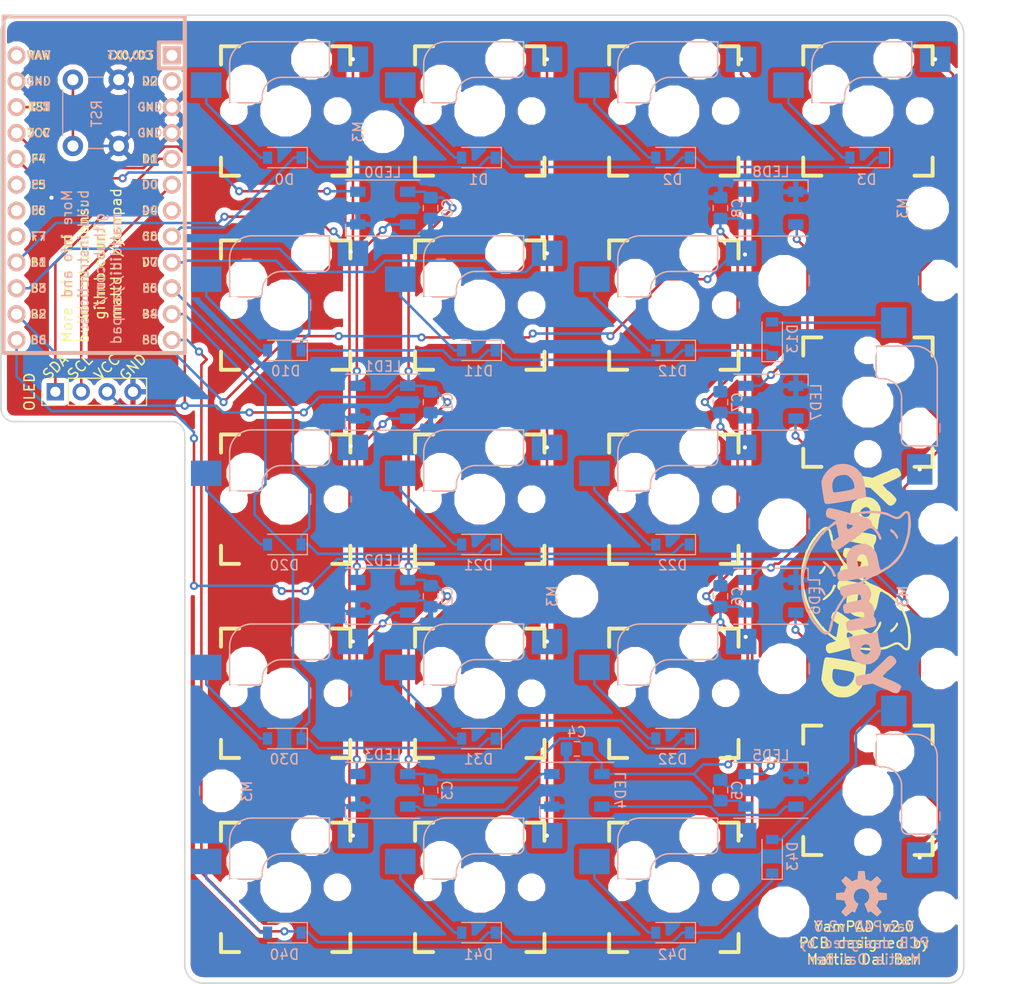
<source format=kicad_pcb>
(kicad_pcb (version 20171130) (host pcbnew 5.0.2-bee76a0~70~ubuntu18.04.1)
  (title_block (title Yampad) (date 2019-04-29) (rev 2.0) (company "Mattia Dal Ben"))
  (layers (0 F.Cu signal) (31 B.Cu signal) (34 B.Paste user) (35 F.Paste user) (36 B.SilkS user) (37 F.SilkS user) (38 B.Mask user) (39 F.Mask user) (44 Edge.Cuts user))
  (net 0 "")
  (net 1 VCC)
  (net 2 GND)
  (net 3 ROW0)
  (net 4 "Net-(D0-Pad2)")
  (net 5 "Net-(D1-Pad2)")
  (net 6 "Net-(D2-Pad2)")
  (net 7 "Net-(D3-Pad2)")
  (net 8 "Net-(D10-Pad2)")
  (net 9 ROW1)
  (net 10 "Net-(D11-Pad2)")
  (net 11 "Net-(D12-Pad2)")
  (net 12 "Net-(D13-Pad2)")
  (net 13 ROW2)
  (net 14 "Net-(D20-Pad2)")
  (net 15 "Net-(D21-Pad2)")
  (net 16 "Net-(D22-Pad2)")
  (net 17 ROW3)
  (net 18 "Net-(D30-Pad2)")
  (net 19 "Net-(D31-Pad2)")
  (net 20 "Net-(D32-Pad2)")
  (net 21 ROW4)
  (net 22 "Net-(D40-Pad2)")
  (net 23 "Net-(D41-Pad2)")
  (net 24 "Net-(D42-Pad2)")
  (net 25 "Net-(D43-Pad2)")
  (net 26 PF7)
  (net 27 SDA)
  (net 28 SCL)
  (net 29 COL0)
  (net 30 COL1)
  (net 31 COL2)
  (net 32 COL3)
  (net 33 LEDs)
  (net 34 "Net-(LED0-Pad2)")
  (net 35 "Net-(LED1-Pad2)")
  (net 36 "Net-(LED2-Pad2)")
  (net 37 "Net-(LED3-Pad2)")
  (net 38 "Net-(LED4-Pad2)")
  (net 39 "Net-(LED5-Pad2)")
  (net 40 "Net-(LED6-Pad2)")
  (net 41 "Net-(LED7-Pad2)")
  (net 42 "Net-(LED8-Pad2)")
  (net 43 RST)
  (net 44 "Net-(U0-Pad24)")
  (net 45 "Net-(U0-Pad1)")
  (net 46 "Net-(U0-Pad2)")
  (net 47 "Net-(U0-Pad7)")
  (net 48 "Net-(U0-Pad18)")
  (net 49 "Net-(U0-Pad19)")
  (module Decorative:yampad-logo (layer B.Cu) (at 150.241 115.189 100)
    (fp_text reference G*** hide)
    (fp_text value LOGO hide)
  )
  (module Sparkfun-Aesthetics:OSHW-LOGO-M (layer B.Cu) (at 150.495 147.193 180)
    (fp_text reference "" (at 0 0 180) (layer B.SilkS) (effects (font (size 1.524 1.524)) (justify mirror)))
    (fp_text value "" (at 0 0 180) (layer B.SilkS) (effects (font (size 1.524 1.524)) (justify mirror)))
  )
  (module MountingHole:MountingHole_3.2mm_M3 (layer B.Cu) (at 103.505 72.136)
    (fp_text reference M3 (at -2.413 0 90) (layer B.SilkS) (effects (justify mirror)))
    (fp_text value MountingHole_3.2mm_M3)
    (pad 1 np_thru_hole circle (at 0 0) (size 3.2 3.2) (drill 3.2) (layers *.Cu *.Mask))
  )
  (module MountingHole:MountingHole_3.2mm_M3 (layer B.Cu) (at 122.555 117.729)
    (fp_text reference M3 (at -2.413 0 90) (layer B.SilkS) (effects (justify mirror)))
    (fp_text value MountingHole_3.2mm_M3)
    (pad 1 np_thru_hole circle (at 0 0) (size 3.2 3.2) (drill 3.2) (layers *.Cu *.Mask))
  )
  (module MountingHole:MountingHole_3.2mm_M3 (layer B.Cu) (at 156.972 79.629)
    (fp_text reference M3 (at -2.413 0 90) (layer B.SilkS) (effects (justify mirror)))
    (fp_text value MountingHole_3.2mm_M3)
    (pad 1 np_thru_hole circle (at 0 0) (size 3.2 3.2) (drill 3.2) (layers *.Cu *.Mask))
  )
  (module MountingHole:MountingHole_3.2mm_M3 (layer B.Cu) (at 156.972 117.729)
    (fp_text reference M3 (at -2.413 0 90) (layer B.SilkS) (effects (justify mirror)))
    (fp_text value MountingHole_3.2mm_M3)
    (pad 1 np_thru_hole circle (at 0 0) (size 3.2 3.2) (drill 3.2) (layers *.Cu *.Mask))
  )
  (module kailh-pcb-sockets:Kailh-PCB-Socket-1U-Cutout (layer F.Cu) (at 132.08 108.204)
    (fp_text reference K22 hide)
    (fp_text value KEYSW hide)
    (pad "" np_thru_hole circle (at 0 0) (size 3.9878 3.9878) (drill 3.9878) (layers *.Cu *.Mask))
    (pad "" np_thru_hole circle (at -5.08 0) (size 1.7018 1.7018) (drill 1.7018) (layers *.Cu *.Mask))
    (pad "" np_thru_hole circle (at 5.08 0) (size 1.7018 1.7018) (drill 1.7018) (layers *.Cu *.Mask))
    (pad "" np_thru_hole circle (at 2.54 -5.08) (size 3 3) (drill 3) (layers *.Cu *.Mask))
    (pad "" np_thru_hole circle (at -3.81 -2.54) (size 3 3) (drill 3) (layers *.Cu *.Mask))
    (pad 1 smd rect (at 6.6 -5.08) (size 3 2.5) (layers B.Cu B.Paste B.Mask) (net 31 COL2))
    (pad 2 smd rect (at -7.8 -2.54) (size 3 2.5) (layers B.Cu B.Paste B.Mask) (net 16 "Net-(D22-Pad2)"))
  )
  (module Button_Switch_THT:SW_PUSH_6mm (layer B.Cu) (at 77.597 73.533 90)
    (fp_text reference RST (at 3.175 -2.159 90) (layer B.SilkS) (effects (justify mirror)))
    (fp_text value SW_Push)
    (pad 1 thru_hole circle (at 6.5 0) (size 2 2) (drill 1.1) (layers *.Cu *.Mask) (net 2 GND))
    (pad 2 thru_hole circle (at 6.5 -4.5) (size 2 2) (drill 1.1) (layers *.Cu *.Mask) (net 43 RST))
    (pad 1 thru_hole circle (at 0 0) (size 2 2) (drill 1.1) (layers *.Cu *.Mask) (net 2 GND))
    (pad 2 thru_hole circle (at 0 -4.5) (size 2 2) (drill 1.1) (layers *.Cu *.Mask) (net 43 RST))
  )
  (module Connector_PinHeader_2.54mm:PinHeader_1x04_P2.54mm_Vertical (layer F.Cu) (at 71.374 97.663 90)
    (fp_text reference OLED (at 0 -2.54 270) (layer F.SilkS))
    (fp_text value Conn_01x04)
    (pad 1 thru_hole rect (at 0 0 90) (size 1.7 1.7) (drill 1) (layers *.Cu *.Mask) (net 27 SDA))
    (pad 2 thru_hole oval (at 0 2.54 90) (size 1.7 1.7) (drill 1) (layers *.Cu *.Mask) (net 28 SCL))
    (pad 3 thru_hole oval (at 0 5.08 90) (size 1.7 1.7) (drill 1) (layers *.Cu *.Mask) (net 1 VCC))
    (pad 4 thru_hole oval (at 0 7.62 90) (size 1.7 1.7) (drill 1) (layers *.Cu *.Mask) (net 2 GND))
  )
  (module Diode_SMD:D_SOD-123 (layer B.Cu) (at 93.853 131.699 180)
    (fp_text reference D30 (at 0 -2.032 180) (layer B.SilkS) (effects (justify mirror)))
    (fp_text value D)
    (pad 2 smd rect (at 1.65 0 180) (size 0.9 1.2) (layers B.Cu B.Paste B.Mask) (net 18 "Net-(D30-Pad2)"))
    (pad 1 smd rect (at -1.65 0 180) (size 0.9 1.2) (layers B.Cu B.Paste B.Mask) (net 17 ROW3))
  )
  (module Diode_SMD:D_SOD-123 (layer B.Cu) (at 112.903 131.699 180)
    (fp_text reference D31 (at 0 -2.032 180) (layer B.SilkS) (effects (justify mirror)))
    (fp_text value D)
    (pad 2 smd rect (at 1.65 0 180) (size 0.9 1.2) (layers B.Cu B.Paste B.Mask) (net 19 "Net-(D31-Pad2)"))
    (pad 1 smd rect (at -1.65 0 180) (size 0.9 1.2) (layers B.Cu B.Paste B.Mask) (net 17 ROW3))
  )
  (module Diode_SMD:D_SOD-123 (layer B.Cu) (at 131.953 131.699 180)
    (fp_text reference D32 (at 0 -2.032 180) (layer B.SilkS) (effects (justify mirror)))
    (fp_text value D)
    (pad 2 smd rect (at 1.65 0 180) (size 0.9 1.2) (layers B.Cu B.Paste B.Mask) (net 20 "Net-(D32-Pad2)"))
    (pad 1 smd rect (at -1.65 0 180) (size 0.9 1.2) (layers B.Cu B.Paste B.Mask) (net 17 ROW3))
  )
  (module Diode_SMD:D_SOD-123 (layer B.Cu) (at 93.853 150.749 180)
    (fp_text reference D40 (at 0 -2.159 180) (layer B.SilkS) (effects (justify mirror)))
    (fp_text value D)
    (pad 2 smd rect (at 1.65 0 180) (size 0.9 1.2) (layers B.Cu B.Paste B.Mask) (net 22 "Net-(D40-Pad2)"))
    (pad 1 smd rect (at -1.65 0 180) (size 0.9 1.2) (layers B.Cu B.Paste B.Mask) (net 21 ROW4))
  )
  (module Diode_SMD:D_SOD-123 (layer B.Cu) (at 112.903 150.749 180)
    (fp_text reference D41 (at 0 -2.159 180) (layer B.SilkS) (effects (justify mirror)))
    (fp_text value D)
    (pad 2 smd rect (at 1.65 0 180) (size 0.9 1.2) (layers B.Cu B.Paste B.Mask) (net 23 "Net-(D41-Pad2)"))
    (pad 1 smd rect (at -1.65 0 180) (size 0.9 1.2) (layers B.Cu B.Paste B.Mask) (net 21 ROW4))
  )
  (module Diode_SMD:D_SOD-123 (layer B.Cu) (at 131.953 150.749 180)
    (fp_text reference D42 (at 0 -2.159 180) (layer B.SilkS) (effects (justify mirror)))
    (fp_text value D)
    (pad 2 smd rect (at 1.65 0 180) (size 0.9 1.2) (layers B.Cu B.Paste B.Mask) (net 24 "Net-(D42-Pad2)"))
    (pad 1 smd rect (at -1.65 0 180) (size 0.9 1.2) (layers B.Cu B.Paste B.Mask) (net 21 ROW4))
  )
  (module Diode_SMD:D_SOD-123 (layer B.Cu) (at 141.732 143.256 90)
    (fp_text reference D43 (at 0 2 90) (layer B.SilkS) (effects (justify mirror)))
    (fp_text value D)
    (pad 2 smd rect (at 1.65 0 90) (size 0.9 1.2) (layers B.Cu B.Paste B.Mask) (net 25 "Net-(D43-Pad2)"))
    (pad 1 smd rect (at -1.65 0 90) (size 0.9 1.2) (layers B.Cu B.Paste B.Mask) (net 21 ROW4))
  )
  (module Diode_SMD:D_SOD-123 (layer B.Cu) (at 93.853 93.599 180)
    (fp_text reference D10 (at -0.127 -2.032 180) (layer B.SilkS) (effects (justify mirror)))
    (fp_text value D)
    (pad 2 smd rect (at 1.65 0 180) (size 0.9 1.2) (layers B.Cu B.Paste B.Mask) (net 8 "Net-(D10-Pad2)"))
    (pad 1 smd rect (at -1.65 0 180) (size 0.9 1.2) (layers B.Cu B.Paste B.Mask) (net 9 ROW1))
  )
  (module Diode_SMD:D_SOD-123 (layer B.Cu) (at 93.853 112.649 180)
    (fp_text reference D20 (at 0 -2.032 180) (layer B.SilkS) (effects (justify mirror)))
    (fp_text value D)
    (pad 2 smd rect (at 1.65 0 180) (size 0.9 1.2) (layers B.Cu B.Paste B.Mask) (net 14 "Net-(D20-Pad2)"))
    (pad 1 smd rect (at -1.65 0 180) (size 0.9 1.2) (layers B.Cu B.Paste B.Mask) (net 13 ROW2))
  )
  (module Diode_SMD:D_SOD-123 (layer B.Cu) (at 112.903 112.649 180)
    (fp_text reference D21 (at 0 -2.032 180) (layer B.SilkS) (effects (justify mirror)))
    (fp_text value D)
    (pad 2 smd rect (at 1.65 0 180) (size 0.9 1.2) (layers B.Cu B.Paste B.Mask) (net 15 "Net-(D21-Pad2)"))
    (pad 1 smd rect (at -1.65 0 180) (size 0.9 1.2) (layers B.Cu B.Paste B.Mask) (net 13 ROW2))
  )
  (module Diode_SMD:D_SOD-123 (layer B.Cu) (at 131.953 112.649 180)
    (fp_text reference D22 (at 0 -2.032 180) (layer B.SilkS) (effects (justify mirror)))
    (fp_text value D)
    (pad 2 smd rect (at 1.65 0 180) (size 0.9 1.2) (layers B.Cu B.Paste B.Mask) (net 16 "Net-(D22-Pad2)"))
    (pad 1 smd rect (at -1.65 0 180) (size 0.9 1.2) (layers B.Cu B.Paste B.Mask) (net 13 ROW2))
  )
  (module Diode_SMD:D_SOD-123 (layer B.Cu) (at 112.903 93.599 180)
    (fp_text reference D11 (at 0 -2.032 180) (layer B.SilkS) (effects (justify mirror)))
    (fp_text value D)
    (pad 2 smd rect (at 1.65 0 180) (size 0.9 1.2) (layers B.Cu B.Paste B.Mask) (net 10 "Net-(D11-Pad2)"))
    (pad 1 smd rect (at -1.65 0 180) (size 0.9 1.2) (layers B.Cu B.Paste B.Mask) (net 9 ROW1))
  )
  (module Diode_SMD:D_SOD-123 (layer B.Cu) (at 131.953 93.599 180)
    (fp_text reference D12 (at 0 -2.032 180) (layer B.SilkS) (effects (justify mirror)))
    (fp_text value D)
    (pad 2 smd rect (at 1.65 0 180) (size 0.9 1.2) (layers B.Cu B.Paste B.Mask) (net 11 "Net-(D12-Pad2)"))
    (pad 1 smd rect (at -1.65 0 180) (size 0.9 1.2) (layers B.Cu B.Paste B.Mask) (net 9 ROW1))
  )
  (module Diode_SMD:D_SOD-123 (layer B.Cu) (at 141.732 92.456 90)
    (fp_text reference D13 (at 0 2 90) (layer B.SilkS) (effects (justify mirror)))
    (fp_text value D)
    (pad 2 smd rect (at 1.65 0 90) (size 0.9 1.2) (layers B.Cu B.Paste B.Mask) (net 12 "Net-(D13-Pad2)"))
    (pad 1 smd rect (at -1.65 0 90) (size 0.9 1.2) (layers B.Cu B.Paste B.Mask) (net 9 ROW1))
  )
  (module Diode_SMD:D_SOD-123 (layer B.Cu) (at 131.953 74.676 180)
    (fp_text reference D2 (at 0 -2.159 180) (layer B.SilkS) (effects (justify mirror)))
    (fp_text value D)
    (pad 2 smd rect (at 1.65 0 180) (size 0.9 1.2) (layers B.Cu B.Paste B.Mask) (net 6 "Net-(D2-Pad2)"))
    (pad 1 smd rect (at -1.65 0 180) (size 0.9 1.2) (layers B.Cu B.Paste B.Mask) (net 3 ROW0))
  )
  (module Diode_SMD:D_SOD-123 (layer B.Cu) (at 151.003 74.676 180)
    (fp_text reference D3 (at 0 -2.159 180) (layer B.SilkS) (effects (justify mirror)))
    (fp_text value D)
    (pad 2 smd rect (at 1.65 0 180) (size 0.9 1.2) (layers B.Cu B.Paste B.Mask) (net 7 "Net-(D3-Pad2)"))
    (pad 1 smd rect (at -1.65 0 180) (size 0.9 1.2) (layers B.Cu B.Paste B.Mask) (net 3 ROW0))
  )
  (module Diode_SMD:D_SOD-123 (layer B.Cu) (at 93.853 74.676 180)
    (fp_text reference D0 (at 0 -2.159 180) (layer B.SilkS) (effects (justify mirror)))
    (fp_text value D)
    (pad 2 smd rect (at 1.65 0 180) (size 0.9 1.2) (layers B.Cu B.Paste B.Mask) (net 4 "Net-(D0-Pad2)"))
    (pad 1 smd rect (at -1.65 0 180) (size 0.9 1.2) (layers B.Cu B.Paste B.Mask) (net 3 ROW0))
  )
  (module Diode_SMD:D_SOD-123 (layer B.Cu) (at 112.903 74.676 180)
    (fp_text reference D1 (at 0 -2.159 180) (layer B.SilkS) (effects (justify mirror)))
    (fp_text value D)
    (pad 2 smd rect (at 1.65 0 180) (size 0.9 1.2) (layers B.Cu B.Paste B.Mask) (net 5 "Net-(D1-Pad2)"))
    (pad 1 smd rect (at -1.65 0 180) (size 0.9 1.2) (layers B.Cu B.Paste B.Mask) (net 3 ROW0))
  )
  (module kailh-pcb-sockets:Kailh-PCB-Socket-2U (layer F.Cu) (at 151.13 136.779 270)
    (fp_text reference K43 hide)
    (fp_text value KEYSW hide)
    (pad "" np_thru_hole circle (at 0 0 270) (size 3.9878 3.9878) (drill 3.9878) (layers *.Cu *.Mask))
    (pad "" np_thru_hole circle (at -5.08 0 270) (size 1.7018 1.7018) (drill 1.7018) (layers *.Cu *.Mask))
    (pad "" np_thru_hole circle (at 5.08 0 270) (size 1.7018 1.7018) (drill 1.7018) (layers *.Cu *.Mask))
    (pad "" np_thru_hole circle (at -11.938 -6.985 270) (size 3.048 3.048) (drill 3.048) (layers *.Cu *.Mask))
    (pad "" np_thru_hole circle (at 11.938 -6.985 270) (size 3.048 3.048) (drill 3.048) (layers *.Cu *.Mask))
    (pad "" np_thru_hole circle (at -11.938 8.255 270) (size 3.9878 3.9878) (drill 3.9878) (layers *.Cu *.Mask))
    (pad "" np_thru_hole circle (at 11.938 8.255 270) (size 3.9878 3.9878) (drill 3.9878) (layers *.Cu *.Mask))
    (pad "" np_thru_hole circle (at 2.54 -5.08 270) (size 3 3) (drill 3) (layers *.Cu *.Mask))
    (pad "" np_thru_hole circle (at -3.81 -2.54 270) (size 3 3) (drill 3) (layers *.Cu *.Mask))
    (pad 1 smd rect (at 6.6 -5.08 270) (size 3 2.5) (layers B.Cu B.Paste B.Mask) (net 32 COL3))
    (pad 2 smd rect (at -7.8 -2.54 270) (size 3 2.5) (layers B.Cu B.Paste B.Mask) (net 25 "Net-(D43-Pad2)"))
  )
  (module kailh-pcb-sockets:Kailh-PCB-Socket-2U (layer F.Cu) (at 151.13 98.679 270)
    (fp_text reference K13 hide)
    (fp_text value KEYSW hide)
    (pad "" np_thru_hole circle (at 0 0 270) (size 3.9878 3.9878) (drill 3.9878) (layers *.Cu *.Mask))
    (pad "" np_thru_hole circle (at -5.08 0 270) (size 1.7018 1.7018) (drill 1.7018) (layers *.Cu *.Mask))
    (pad "" np_thru_hole circle (at 5.08 0 270) (size 1.7018 1.7018) (drill 1.7018) (layers *.Cu *.Mask))
    (pad "" np_thru_hole circle (at -11.938 -6.985 270) (size 3.048 3.048) (drill 3.048) (layers *.Cu *.Mask))
    (pad "" np_thru_hole circle (at 11.938 -6.985 270) (size 3.048 3.048) (drill 3.048) (layers *.Cu *.Mask))
    (pad "" np_thru_hole circle (at -11.938 8.255 270) (size 3.9878 3.9878) (drill 3.9878) (layers *.Cu *.Mask))
    (pad "" np_thru_hole circle (at 11.938 8.255 270) (size 3.9878 3.9878) (drill 3.9878) (layers *.Cu *.Mask))
    (pad "" np_thru_hole circle (at 2.54 -5.08 270) (size 3 3) (drill 3) (layers *.Cu *.Mask))
    (pad "" np_thru_hole circle (at -3.81 -2.54 270) (size 3 3) (drill 3) (layers *.Cu *.Mask))
    (pad 1 smd rect (at 6.6 -5.08 270) (size 3 2.5) (layers B.Cu B.Paste B.Mask) (net 32 COL3))
    (pad 2 smd rect (at -7.8 -2.54 270) (size 3 2.5) (layers B.Cu B.Paste B.Mask) (net 12 "Net-(D13-Pad2)"))
  )
  (module Capacitor_SMD:C_0805_2012Metric_Pad1.15x1.40mm_HandSolder (layer B.Cu) (at 108.204 79.629 90)
    (fp_text reference C0 (at 0 1.65 90) (layer B.SilkS) (effects (justify mirror)))
    (fp_text value 104)
    (pad 2 smd roundrect (at 1.025 0 90) (size 1.15 1.4) (layers B.Cu B.Paste B.Mask) (roundrect_rratio 0.217391) (net 1 VCC))
    (pad 1 smd roundrect (at -1.025 0 90) (size 1.15 1.4) (layers B.Cu B.Paste B.Mask) (roundrect_rratio 0.217391) (net 2 GND))
  )
  (module Capacitor_SMD:C_0805_2012Metric_Pad1.15x1.40mm_HandSolder (layer B.Cu) (at 108.204 98.679 90)
    (fp_text reference C1 (at 0 1.65 90) (layer B.SilkS) (effects (justify mirror)))
    (fp_text value 104)
    (pad 2 smd roundrect (at 1.025 0 90) (size 1.15 1.4) (layers B.Cu B.Paste B.Mask) (roundrect_rratio 0.217391) (net 1 VCC))
    (pad 1 smd roundrect (at -1.025 0 90) (size 1.15 1.4) (layers B.Cu B.Paste B.Mask) (roundrect_rratio 0.217391) (net 2 GND))
  )
  (module Capacitor_SMD:C_0805_2012Metric_Pad1.15x1.40mm_HandSolder (layer B.Cu) (at 108.204 117.729 90)
    (fp_text reference C2 (at 0 1.65 90) (layer B.SilkS) (effects (justify mirror)))
    (fp_text value 104)
    (pad 2 smd roundrect (at 1.025 0 90) (size 1.15 1.4) (layers B.Cu B.Paste B.Mask) (roundrect_rratio 0.217391) (net 1 VCC))
    (pad 1 smd roundrect (at -1.025 0 90) (size 1.15 1.4) (layers B.Cu B.Paste B.Mask) (roundrect_rratio 0.217391) (net 2 GND))
  )
  (module Capacitor_SMD:C_0805_2012Metric_Pad1.15x1.40mm_HandSolder (layer B.Cu) (at 108.204 136.779 90)
    (fp_text reference C3 (at 0 1.65 90) (layer B.SilkS) (effects (justify mirror)))
    (fp_text value 104)
    (pad 2 smd roundrect (at 1.025 0 90) (size 1.15 1.4) (layers B.Cu B.Paste B.Mask) (roundrect_rratio 0.217391) (net 1 VCC))
    (pad 1 smd roundrect (at -1.025 0 90) (size 1.15 1.4) (layers B.Cu B.Paste B.Mask) (roundrect_rratio 0.217391) (net 2 GND))
  )
  (module Capacitor_SMD:C_0805_2012Metric_Pad1.15x1.40mm_HandSolder (layer B.Cu) (at 122.555 132.715)
    (fp_text reference C4 (at 0 -1.651) (layer B.SilkS) (effects (justify mirror)))
    (fp_text value 104)
    (pad 1 smd roundrect (at -1.025 0) (size 1.15 1.4) (layers B.Cu B.Paste B.Mask) (roundrect_rratio 0.217391) (net 2 GND))
    (pad 2 smd roundrect (at 1.025 0) (size 1.15 1.4) (layers B.Cu B.Paste B.Mask) (roundrect_rratio 0.217391) (net 1 VCC))
  )
  (module Capacitor_SMD:C_0805_2012Metric_Pad1.15x1.40mm_HandSolder (layer B.Cu) (at 136.652 136.779 270)
    (fp_text reference C5 (at 0 -1.651 270) (layer B.SilkS) (effects (justify mirror)))
    (fp_text value 104)
    (pad 1 smd roundrect (at -1.025 0 270) (size 1.15 1.4) (layers B.Cu B.Paste B.Mask) (roundrect_rratio 0.217391) (net 2 GND))
    (pad 2 smd roundrect (at 1.025 0 270) (size 1.15 1.4) (layers B.Cu B.Paste B.Mask) (roundrect_rratio 0.217391) (net 1 VCC))
  )
  (module Capacitor_SMD:C_0805_2012Metric_Pad1.15x1.40mm_HandSolder (layer B.Cu) (at 136.652 117.729 270)
    (fp_text reference C6 (at 0 -1.651 270) (layer B.SilkS) (effects (justify mirror)))
    (fp_text value 104)
    (pad 1 smd roundrect (at -1.025 0 270) (size 1.15 1.4) (layers B.Cu B.Paste B.Mask) (roundrect_rratio 0.217391) (net 2 GND))
    (pad 2 smd roundrect (at 1.025 0 270) (size 1.15 1.4) (layers B.Cu B.Paste B.Mask) (roundrect_rratio 0.217391) (net 1 VCC))
  )
  (module Capacitor_SMD:C_0805_2012Metric_Pad1.15x1.40mm_HandSolder (layer B.Cu) (at 136.652 98.679 270)
    (fp_text reference C7 (at 0 -1.651 270) (layer B.SilkS) (effects (justify mirror)))
    (fp_text value 104)
    (pad 1 smd roundrect (at -1.025 0 270) (size 1.15 1.4) (layers B.Cu B.Paste B.Mask) (roundrect_rratio 0.217391) (net 2 GND))
    (pad 2 smd roundrect (at 1.025 0 270) (size 1.15 1.4) (layers B.Cu B.Paste B.Mask) (roundrect_rratio 0.217391) (net 1 VCC))
  )
  (module Capacitor_SMD:C_0805_2012Metric_Pad1.15x1.40mm_HandSolder (layer B.Cu) (at 136.652 79.629 270)
    (fp_text reference C8 (at 0 -1.651 270) (layer B.SilkS) (effects (justify mirror)))
    (fp_text value 104)
    (pad 1 smd roundrect (at -1.025 0 270) (size 1.15 1.4) (layers B.Cu B.Paste B.Mask) (roundrect_rratio 0.217391) (net 2 GND))
    (pad 2 smd roundrect (at 1.025 0 270) (size 1.15 1.4) (layers B.Cu B.Paste B.Mask) (roundrect_rratio 0.217391) (net 1 VCC))
  )
  (module kailh-pcb-sockets:Kailh-PCB-Socket-1U-Cutout (layer F.Cu) (at 93.98 70.104)
    (fp_text reference K0 hide)
    (fp_text value KEYSW hide)
    (pad "" np_thru_hole circle (at 0 0) (size 3.9878 3.9878) (drill 3.9878) (layers *.Cu *.Mask))
    (pad "" np_thru_hole circle (at -5.08 0) (size 1.7018 1.7018) (drill 1.7018) (layers *.Cu *.Mask))
    (pad "" np_thru_hole circle (at 5.08 0) (size 1.7018 1.7018) (drill 1.7018) (layers *.Cu *.Mask))
    (pad "" np_thru_hole circle (at 2.54 -5.08) (size 3 3) (drill 3) (layers *.Cu *.Mask))
    (pad "" np_thru_hole circle (at -3.81 -2.54) (size 3 3) (drill 3) (layers *.Cu *.Mask))
    (pad 1 smd rect (at 6.6 -5.08) (size 3 2.5) (layers B.Cu B.Paste B.Mask) (net 29 COL0))
    (pad 2 smd rect (at -7.8 -2.54) (size 3 2.5) (layers B.Cu B.Paste B.Mask) (net 4 "Net-(D0-Pad2)"))
  )
  (module kailh-pcb-sockets:Kailh-PCB-Socket-1U-Cutout (layer F.Cu) (at 113.03 70.104)
    (fp_text reference K1 hide)
    (fp_text value KEYSW hide)
    (pad 2 smd rect (at -7.8 -2.54) (size 3 2.5) (layers B.Cu B.Paste B.Mask) (net 5 "Net-(D1-Pad2)"))
    (pad 1 smd rect (at 6.6 -5.08) (size 3 2.5) (layers B.Cu B.Paste B.Mask) (net 30 COL1))
    (pad "" np_thru_hole circle (at -3.81 -2.54) (size 3 3) (drill 3) (layers *.Cu *.Mask))
    (pad "" np_thru_hole circle (at 2.54 -5.08) (size 3 3) (drill 3) (layers *.Cu *.Mask))
    (pad "" np_thru_hole circle (at 5.08 0) (size 1.7018 1.7018) (drill 1.7018) (layers *.Cu *.Mask))
    (pad "" np_thru_hole circle (at -5.08 0) (size 1.7018 1.7018) (drill 1.7018) (layers *.Cu *.Mask))
    (pad "" np_thru_hole circle (at 0 0) (size 3.9878 3.9878) (drill 3.9878) (layers *.Cu *.Mask))
  )
  (module kailh-pcb-sockets:Kailh-PCB-Socket-1U-Cutout (layer F.Cu) (at 132.08 70.104)
    (fp_text reference K2 hide)
    (fp_text value KEYSW hide)
    (pad 2 smd rect (at -7.8 -2.54) (size 3 2.5) (layers B.Cu B.Paste B.Mask) (net 6 "Net-(D2-Pad2)"))
    (pad 1 smd rect (at 6.6 -5.08) (size 3 2.5) (layers B.Cu B.Paste B.Mask) (net 31 COL2))
    (pad "" np_thru_hole circle (at -3.81 -2.54) (size 3 3) (drill 3) (layers *.Cu *.Mask))
    (pad "" np_thru_hole circle (at 2.54 -5.08) (size 3 3) (drill 3) (layers *.Cu *.Mask))
    (pad "" np_thru_hole circle (at 5.08 0) (size 1.7018 1.7018) (drill 1.7018) (layers *.Cu *.Mask))
    (pad "" np_thru_hole circle (at -5.08 0) (size 1.7018 1.7018) (drill 1.7018) (layers *.Cu *.Mask))
    (pad "" np_thru_hole circle (at 0 0) (size 3.9878 3.9878) (drill 3.9878) (layers *.Cu *.Mask))
  )
  (module kailh-pcb-sockets:Kailh-PCB-Socket-1U-Cutout (layer F.Cu) (at 151.13 70.104)
    (fp_text reference K3 hide)
    (fp_text value KEYSW hide)
    (pad "" np_thru_hole circle (at 0 0) (size 3.9878 3.9878) (drill 3.9878) (layers *.Cu *.Mask))
    (pad "" np_thru_hole circle (at -5.08 0) (size 1.7018 1.7018) (drill 1.7018) (layers *.Cu *.Mask))
    (pad "" np_thru_hole circle (at 5.08 0) (size 1.7018 1.7018) (drill 1.7018) (layers *.Cu *.Mask))
    (pad "" np_thru_hole circle (at 2.54 -5.08) (size 3 3) (drill 3) (layers *.Cu *.Mask))
    (pad "" np_thru_hole circle (at -3.81 -2.54) (size 3 3) (drill 3) (layers *.Cu *.Mask))
    (pad 1 smd rect (at 6.6 -5.08) (size 3 2.5) (layers B.Cu B.Paste B.Mask) (net 32 COL3))
    (pad 2 smd rect (at -7.8 -2.54) (size 3 2.5) (layers B.Cu B.Paste B.Mask) (net 7 "Net-(D3-Pad2)"))
  )
  (module kailh-pcb-sockets:Kailh-PCB-Socket-1U-Cutout (layer F.Cu) (at 93.98 89.154)
    (fp_text reference K10 hide)
    (fp_text value KEYSW hide)
    (pad "" np_thru_hole circle (at 0 0) (size 3.9878 3.9878) (drill 3.9878) (layers *.Cu *.Mask))
    (pad "" np_thru_hole circle (at -5.08 0) (size 1.7018 1.7018) (drill 1.7018) (layers *.Cu *.Mask))
    (pad "" np_thru_hole circle (at 5.08 0) (size 1.7018 1.7018) (drill 1.7018) (layers *.Cu *.Mask))
    (pad "" np_thru_hole circle (at 2.54 -5.08) (size 3 3) (drill 3) (layers *.Cu *.Mask))
    (pad "" np_thru_hole circle (at -3.81 -2.54) (size 3 3) (drill 3) (layers *.Cu *.Mask))
    (pad 1 smd rect (at 6.6 -5.08) (size 3 2.5) (layers B.Cu B.Paste B.Mask) (net 29 COL0))
    (pad 2 smd rect (at -7.8 -2.54) (size 3 2.5) (layers B.Cu B.Paste B.Mask) (net 8 "Net-(D10-Pad2)"))
  )
  (module kailh-pcb-sockets:Kailh-PCB-Socket-1U-Cutout (layer F.Cu) (at 113.03 89.154)
    (fp_text reference K11 hide)
    (fp_text value KEYSW hide)
    (pad 2 smd rect (at -7.8 -2.54) (size 3 2.5) (layers B.Cu B.Paste B.Mask) (net 10 "Net-(D11-Pad2)"))
    (pad 1 smd rect (at 6.6 -5.08) (size 3 2.5) (layers B.Cu B.Paste B.Mask) (net 30 COL1))
    (pad "" np_thru_hole circle (at -3.81 -2.54) (size 3 3) (drill 3) (layers *.Cu *.Mask))
    (pad "" np_thru_hole circle (at 2.54 -5.08) (size 3 3) (drill 3) (layers *.Cu *.Mask))
    (pad "" np_thru_hole circle (at 5.08 0) (size 1.7018 1.7018) (drill 1.7018) (layers *.Cu *.Mask))
    (pad "" np_thru_hole circle (at -5.08 0) (size 1.7018 1.7018) (drill 1.7018) (layers *.Cu *.Mask))
    (pad "" np_thru_hole circle (at 0 0) (size 3.9878 3.9878) (drill 3.9878) (layers *.Cu *.Mask))
  )
  (module kailh-pcb-sockets:Kailh-PCB-Socket-1U-Cutout (layer F.Cu) (at 132.08 89.154)
    (fp_text reference K12 hide)
    (fp_text value KEYSW hide)
    (pad "" np_thru_hole circle (at 0 0) (size 3.9878 3.9878) (drill 3.9878) (layers *.Cu *.Mask))
    (pad "" np_thru_hole circle (at -5.08 0) (size 1.7018 1.7018) (drill 1.7018) (layers *.Cu *.Mask))
    (pad "" np_thru_hole circle (at 5.08 0) (size 1.7018 1.7018) (drill 1.7018) (layers *.Cu *.Mask))
    (pad "" np_thru_hole circle (at 2.54 -5.08) (size 3 3) (drill 3) (layers *.Cu *.Mask))
    (pad "" np_thru_hole circle (at -3.81 -2.54) (size 3 3) (drill 3) (layers *.Cu *.Mask))
    (pad 1 smd rect (at 6.6 -5.08) (size 3 2.5) (layers B.Cu B.Paste B.Mask) (net 31 COL2))
    (pad 2 smd rect (at -7.8 -2.54) (size 3 2.5) (layers B.Cu B.Paste B.Mask) (net 11 "Net-(D12-Pad2)"))
  )
  (module kailh-pcb-sockets:Kailh-PCB-Socket-1U-Cutout (layer F.Cu) (at 93.98 108.204)
    (fp_text reference K20 hide)
    (fp_text value KEYSW hide)
    (pad "" np_thru_hole circle (at 0 0) (size 3.9878 3.9878) (drill 3.9878) (layers *.Cu *.Mask))
    (pad "" np_thru_hole circle (at -5.08 0) (size 1.7018 1.7018) (drill 1.7018) (layers *.Cu *.Mask))
    (pad "" np_thru_hole circle (at 5.08 0) (size 1.7018 1.7018) (drill 1.7018) (layers *.Cu *.Mask))
    (pad "" np_thru_hole circle (at 2.54 -5.08) (size 3 3) (drill 3) (layers *.Cu *.Mask))
    (pad "" np_thru_hole circle (at -3.81 -2.54) (size 3 3) (drill 3) (layers *.Cu *.Mask))
    (pad 1 smd rect (at 6.6 -5.08) (size 3 2.5) (layers B.Cu B.Paste B.Mask) (net 29 COL0))
    (pad 2 smd rect (at -7.8 -2.54) (size 3 2.5) (layers B.Cu B.Paste B.Mask) (net 14 "Net-(D20-Pad2)"))
  )
  (module kailh-pcb-sockets:Kailh-PCB-Socket-1U-Cutout (layer F.Cu) (at 113.03 108.204)
    (fp_text reference K21 hide)
    (fp_text value KEYSW hide)
    (pad 2 smd rect (at -7.8 -2.54) (size 3 2.5) (layers B.Cu B.Paste B.Mask) (net 15 "Net-(D21-Pad2)"))
    (pad 1 smd rect (at 6.6 -5.08) (size 3 2.5) (layers B.Cu B.Paste B.Mask) (net 30 COL1))
    (pad "" np_thru_hole circle (at -3.81 -2.54) (size 3 3) (drill 3) (layers *.Cu *.Mask))
    (pad "" np_thru_hole circle (at 2.54 -5.08) (size 3 3) (drill 3) (layers *.Cu *.Mask))
    (pad "" np_thru_hole circle (at 5.08 0) (size 1.7018 1.7018) (drill 1.7018) (layers *.Cu *.Mask))
    (pad "" np_thru_hole circle (at -5.08 0) (size 1.7018 1.7018) (drill 1.7018) (layers *.Cu *.Mask))
    (pad "" np_thru_hole circle (at 0 0) (size 3.9878 3.9878) (drill 3.9878) (layers *.Cu *.Mask))
  )
  (module kailh-pcb-sockets:Kailh-PCB-Socket-1U-Cutout (layer F.Cu) (at 93.98 127.254)
    (fp_text reference K30 hide)
    (fp_text value KEYSW hide)
    (pad 2 smd rect (at -7.8 -2.54) (size 3 2.5) (layers B.Cu B.Paste B.Mask) (net 18 "Net-(D30-Pad2)"))
    (pad 1 smd rect (at 6.6 -5.08) (size 3 2.5) (layers B.Cu B.Paste B.Mask) (net 29 COL0))
    (pad "" np_thru_hole circle (at -3.81 -2.54) (size 3 3) (drill 3) (layers *.Cu *.Mask))
    (pad "" np_thru_hole circle (at 2.54 -5.08) (size 3 3) (drill 3) (layers *.Cu *.Mask))
    (pad "" np_thru_hole circle (at 5.08 0) (size 1.7018 1.7018) (drill 1.7018) (layers *.Cu *.Mask))
    (pad "" np_thru_hole circle (at -5.08 0) (size 1.7018 1.7018) (drill 1.7018) (layers *.Cu *.Mask))
    (pad "" np_thru_hole circle (at 0 0) (size 3.9878 3.9878) (drill 3.9878) (layers *.Cu *.Mask))
  )
  (module kailh-pcb-sockets:Kailh-PCB-Socket-1U-Cutout (layer F.Cu) (at 113.03 127.254)
    (fp_text reference K31 hide)
    (fp_text value KEYSW hide)
    (pad "" np_thru_hole circle (at 0 0) (size 3.9878 3.9878) (drill 3.9878) (layers *.Cu *.Mask))
    (pad "" np_thru_hole circle (at -5.08 0) (size 1.7018 1.7018) (drill 1.7018) (layers *.Cu *.Mask))
    (pad "" np_thru_hole circle (at 5.08 0) (size 1.7018 1.7018) (drill 1.7018) (layers *.Cu *.Mask))
    (pad "" np_thru_hole circle (at 2.54 -5.08) (size 3 3) (drill 3) (layers *.Cu *.Mask))
    (pad "" np_thru_hole circle (at -3.81 -2.54) (size 3 3) (drill 3) (layers *.Cu *.Mask))
    (pad 1 smd rect (at 6.6 -5.08) (size 3 2.5) (layers B.Cu B.Paste B.Mask) (net 30 COL1))
    (pad 2 smd rect (at -7.8 -2.54) (size 3 2.5) (layers B.Cu B.Paste B.Mask) (net 19 "Net-(D31-Pad2)"))
  )
  (module kailh-pcb-sockets:Kailh-PCB-Socket-1U-Cutout (layer F.Cu) (at 132.08 127.254)
    (fp_text reference K32 hide)
    (fp_text value KEYSW hide)
    (pad 2 smd rect (at -7.8 -2.54) (size 3 2.5) (layers B.Cu B.Paste B.Mask) (net 20 "Net-(D32-Pad2)"))
    (pad 1 smd rect (at 6.6 -5.08) (size 3 2.5) (layers B.Cu B.Paste B.Mask) (net 31 COL2))
    (pad "" np_thru_hole circle (at -3.81 -2.54) (size 3 3) (drill 3) (layers *.Cu *.Mask))
    (pad "" np_thru_hole circle (at 2.54 -5.08) (size 3 3) (drill 3) (layers *.Cu *.Mask))
    (pad "" np_thru_hole circle (at 5.08 0) (size 1.7018 1.7018) (drill 1.7018) (layers *.Cu *.Mask))
    (pad "" np_thru_hole circle (at -5.08 0) (size 1.7018 1.7018) (drill 1.7018) (layers *.Cu *.Mask))
    (pad "" np_thru_hole circle (at 0 0) (size 3.9878 3.9878) (drill 3.9878) (layers *.Cu *.Mask))
  )
  (module kailh-pcb-sockets:Kailh-PCB-Socket-1U-Cutout (layer F.Cu) (at 93.98 146.304)
    (fp_text reference K40 hide)
    (fp_text value KEYSW hide)
    (pad "" np_thru_hole circle (at 0 0) (size 3.9878 3.9878) (drill 3.9878) (layers *.Cu *.Mask))
    (pad "" np_thru_hole circle (at -5.08 0) (size 1.7018 1.7018) (drill 1.7018) (layers *.Cu *.Mask))
    (pad "" np_thru_hole circle (at 5.08 0) (size 1.7018 1.7018) (drill 1.7018) (layers *.Cu *.Mask))
    (pad "" np_thru_hole circle (at 2.54 -5.08) (size 3 3) (drill 3) (layers *.Cu *.Mask))
    (pad "" np_thru_hole circle (at -3.81 -2.54) (size 3 3) (drill 3) (layers *.Cu *.Mask))
    (pad 1 smd rect (at 6.6 -5.08) (size 3 2.5) (layers B.Cu B.Paste B.Mask) (net 29 COL0))
    (pad 2 smd rect (at -7.8 -2.54) (size 3 2.5) (layers B.Cu B.Paste B.Mask) (net 22 "Net-(D40-Pad2)"))
  )
  (module kailh-pcb-sockets:Kailh-PCB-Socket-1U-Cutout (layer F.Cu) (at 113.03 146.304)
    (fp_text reference K41 hide)
    (fp_text value KEYSW hide)
    (pad 2 smd rect (at -7.8 -2.54) (size 3 2.5) (layers B.Cu B.Paste B.Mask) (net 23 "Net-(D41-Pad2)"))
    (pad 1 smd rect (at 6.6 -5.08) (size 3 2.5) (layers B.Cu B.Paste B.Mask) (net 30 COL1))
    (pad "" np_thru_hole circle (at -3.81 -2.54) (size 3 3) (drill 3) (layers *.Cu *.Mask))
    (pad "" np_thru_hole circle (at 2.54 -5.08) (size 3 3) (drill 3) (layers *.Cu *.Mask))
    (pad "" np_thru_hole circle (at 5.08 0) (size 1.7018 1.7018) (drill 1.7018) (layers *.Cu *.Mask))
    (pad "" np_thru_hole circle (at -5.08 0) (size 1.7018 1.7018) (drill 1.7018) (layers *.Cu *.Mask))
    (pad "" np_thru_hole circle (at 0 0) (size 3.9878 3.9878) (drill 3.9878) (layers *.Cu *.Mask))
  )
  (module kailh-pcb-sockets:Kailh-PCB-Socket-1U-Cutout (layer F.Cu) (at 132.08 146.304)
    (fp_text reference K42 hide)
    (fp_text value KEYSW hide)
    (pad "" np_thru_hole circle (at 0 0) (size 3.9878 3.9878) (drill 3.9878) (layers *.Cu *.Mask))
    (pad "" np_thru_hole circle (at -5.08 0) (size 1.7018 1.7018) (drill 1.7018) (layers *.Cu *.Mask))
    (pad "" np_thru_hole circle (at 5.08 0) (size 1.7018 1.7018) (drill 1.7018) (layers *.Cu *.Mask))
    (pad "" np_thru_hole circle (at 2.54 -5.08) (size 3 3) (drill 3) (layers *.Cu *.Mask))
    (pad "" np_thru_hole circle (at -3.81 -2.54) (size 3 3) (drill 3) (layers *.Cu *.Mask))
    (pad 1 smd rect (at 6.6 -5.08) (size 3 2.5) (layers B.Cu B.Paste B.Mask) (net 31 COL2))
    (pad 2 smd rect (at -7.8 -2.54) (size 3 2.5) (layers B.Cu B.Paste B.Mask) (net 24 "Net-(D42-Pad2)"))
  )
  (module LED_SMD:LED_WS2812B_PLCC4_5.0x5.0mm_P3.2mm (layer B.Cu) (at 103.505 79.629 180)
    (fp_text reference LED0 (at 0 3.5 180) (layer B.SilkS) (effects (justify mirror)))
    (fp_text value WS2812B)
    (pad 3 smd rect (at 2.45 -1.6 180) (size 1.5 1) (layers B.Cu B.Paste B.Mask) (net 2 GND))
    (pad 4 smd rect (at 2.45 1.6 180) (size 1.5 1) (layers B.Cu B.Paste B.Mask) (net 33 LEDs))
    (pad 2 smd rect (at -2.45 -1.6 180) (size 1.5 1) (layers B.Cu B.Paste B.Mask) (net 34 "Net-(LED0-Pad2)"))
    (pad 1 smd rect (at -2.45 1.6 180) (size 1.5 1) (layers B.Cu B.Paste B.Mask) (net 1 VCC))
  )
  (module LED_SMD:LED_WS2812B_PLCC4_5.0x5.0mm_P3.2mm (layer B.Cu) (at 103.505 98.679 180)
    (fp_text reference LED1 (at 0 3.5 180) (layer B.SilkS) (effects (justify mirror)))
    (fp_text value WS2812B)
    (pad 3 smd rect (at 2.45 -1.6 180) (size 1.5 1) (layers B.Cu B.Paste B.Mask) (net 2 GND))
    (pad 4 smd rect (at 2.45 1.6 180) (size 1.5 1) (layers B.Cu B.Paste B.Mask) (net 34 "Net-(LED0-Pad2)"))
    (pad 2 smd rect (at -2.45 -1.6 180) (size 1.5 1) (layers B.Cu B.Paste B.Mask) (net 35 "Net-(LED1-Pad2)"))
    (pad 1 smd rect (at -2.45 1.6 180) (size 1.5 1) (layers B.Cu B.Paste B.Mask) (net 1 VCC))
  )
  (module LED_SMD:LED_WS2812B_PLCC4_5.0x5.0mm_P3.2mm (layer B.Cu) (at 103.505 117.729 180)
    (fp_text reference LED2 (at 0 3.5 180) (layer B.SilkS) (effects (justify mirror)))
    (fp_text value WS2812B)
    (pad 3 smd rect (at 2.45 -1.6 180) (size 1.5 1) (layers B.Cu B.Paste B.Mask) (net 2 GND))
    (pad 4 smd rect (at 2.45 1.6 180) (size 1.5 1) (layers B.Cu B.Paste B.Mask) (net 35 "Net-(LED1-Pad2)"))
    (pad 2 smd rect (at -2.45 -1.6 180) (size 1.5 1) (layers B.Cu B.Paste B.Mask) (net 36 "Net-(LED2-Pad2)"))
    (pad 1 smd rect (at -2.45 1.6 180) (size 1.5 1) (layers B.Cu B.Paste B.Mask) (net 1 VCC))
  )
  (module LED_SMD:LED_WS2812B_PLCC4_5.0x5.0mm_P3.2mm (layer B.Cu) (at 103.505 136.779 180)
    (fp_text reference LED3 (at 0 3.5 180) (layer B.SilkS) (effects (justify mirror)))
    (fp_text value WS2812B)
    (pad 3 smd rect (at 2.45 -1.6 180) (size 1.5 1) (layers B.Cu B.Paste B.Mask) (net 2 GND))
    (pad 4 smd rect (at 2.45 1.6 180) (size 1.5 1) (layers B.Cu B.Paste B.Mask) (net 36 "Net-(LED2-Pad2)"))
    (pad 2 smd rect (at -2.45 -1.6 180) (size 1.5 1) (layers B.Cu B.Paste B.Mask) (net 37 "Net-(LED3-Pad2)"))
    (pad 1 smd rect (at -2.45 1.6 180) (size 1.5 1) (layers B.Cu B.Paste B.Mask) (net 1 VCC))
  )
  (module LED_SMD:LED_WS2812B_PLCC4_5.0x5.0mm_P3.2mm (layer B.Cu) (at 122.555 136.779 180)
    (fp_text reference LED4 (at -4.318 0 270) (layer B.SilkS) (effects (justify mirror)))
    (fp_text value WS2812B)
    (pad 3 smd rect (at 2.45 -1.6 180) (size 1.5 1) (layers B.Cu B.Paste B.Mask) (net 2 GND))
    (pad 4 smd rect (at 2.45 1.6 180) (size 1.5 1) (layers B.Cu B.Paste B.Mask) (net 37 "Net-(LED3-Pad2)"))
    (pad 2 smd rect (at -2.45 -1.6 180) (size 1.5 1) (layers B.Cu B.Paste B.Mask) (net 38 "Net-(LED4-Pad2)"))
    (pad 1 smd rect (at -2.45 1.6 180) (size 1.5 1) (layers B.Cu B.Paste B.Mask) (net 1 VCC))
  )
  (module LED_SMD:LED_WS2812B_PLCC4_5.0x5.0mm_P3.2mm (layer B.Cu) (at 141.605 136.779)
    (fp_text reference LED5 (at 0 -3.429) (layer B.SilkS) (effects (justify mirror)))
    (fp_text value WS2812B)
    (pad 1 smd rect (at -2.45 1.6) (size 1.5 1) (layers B.Cu B.Paste B.Mask) (net 1 VCC))
    (pad 2 smd rect (at -2.45 -1.6) (size 1.5 1) (layers B.Cu B.Paste B.Mask) (net 39 "Net-(LED5-Pad2)"))
    (pad 4 smd rect (at 2.45 1.6) (size 1.5 1) (layers B.Cu B.Paste B.Mask) (net 38 "Net-(LED4-Pad2)"))
    (pad 3 smd rect (at 2.45 -1.6) (size 1.5 1) (layers B.Cu B.Paste B.Mask) (net 2 GND))
  )
  (module LED_SMD:LED_WS2812B_PLCC4_5.0x5.0mm_P3.2mm (layer B.Cu) (at 141.605 117.729)
    (fp_text reference LED6 (at 4.318 0 90) (layer B.SilkS) (effects (justify mirror)))
    (fp_text value WS2812B)
    (pad 1 smd rect (at -2.45 1.6) (size 1.5 1) (layers B.Cu B.Paste B.Mask) (net 1 VCC))
    (pad 2 smd rect (at -2.45 -1.6) (size 1.5 1) (layers B.Cu B.Paste B.Mask) (net 40 "Net-(LED6-Pad2)"))
    (pad 4 smd rect (at 2.45 1.6) (size 1.5 1) (layers B.Cu B.Paste B.Mask) (net 39 "Net-(LED5-Pad2)"))
    (pad 3 smd rect (at 2.45 -1.6) (size 1.5 1) (layers B.Cu B.Paste B.Mask) (net 2 GND))
  )
  (module LED_SMD:LED_WS2812B_PLCC4_5.0x5.0mm_P3.2mm (layer B.Cu) (at 141.605 98.679)
    (fp_text reference LED7 (at 4.445 0 90) (layer B.SilkS) (effects (justify mirror)))
    (fp_text value WS2812B)
    (pad 1 smd rect (at -2.45 1.6) (size 1.5 1) (layers B.Cu B.Paste B.Mask) (net 1 VCC))
    (pad 2 smd rect (at -2.45 -1.6) (size 1.5 1) (layers B.Cu B.Paste B.Mask) (net 41 "Net-(LED7-Pad2)"))
    (pad 4 smd rect (at 2.45 1.6) (size 1.5 1) (layers B.Cu B.Paste B.Mask) (net 40 "Net-(LED6-Pad2)"))
    (pad 3 smd rect (at 2.45 -1.6) (size 1.5 1) (layers B.Cu B.Paste B.Mask) (net 2 GND))
  )
  (module LED_SMD:LED_WS2812B_PLCC4_5.0x5.0mm_P3.2mm (layer B.Cu) (at 141.605 79.629)
    (fp_text reference LED8 (at 0 -3.556) (layer B.SilkS) (effects (justify mirror)))
    (fp_text value WS2812B)
    (pad 1 smd rect (at -2.45 1.6) (size 1.5 1) (layers B.Cu B.Paste B.Mask) (net 1 VCC))
    (pad 2 smd rect (at -2.45 -1.6) (size 1.5 1) (layers B.Cu B.Paste B.Mask) (net 42 "Net-(LED8-Pad2)"))
    (pad 4 smd rect (at 2.45 1.6) (size 1.5 1) (layers B.Cu B.Paste B.Mask) (net 41 "Net-(LED7-Pad2)"))
    (pad 3 smd rect (at 2.45 -1.6) (size 1.5 1) (layers B.Cu B.Paste B.Mask) (net 2 GND))
  )
  (module Keebio-Parts:ArduinoProMicro (layer B.Cu) (at 75.184 78.613 270)
    (fp_text reference U0 hide)
    (fp_text value ProMicro hide)
    (fp_text user D2 (at -11.43 -5.461 180) (layer F.SilkS) (effects (font (size 0.8 0.8))))
    (fp_text user D0 (at -1.27 -5.461 180) (layer F.SilkS) (effects (font (size 0.8 0.8))))
    (fp_text user D1 (at -3.81 -5.461 180) (layer F.SilkS) (effects (font (size 0.8 0.8))))
    (fp_text user GND (at -6.35 -5.461 180) (layer F.SilkS) (effects (font (size 0.8 0.8))))
    (fp_text user GND (at -8.89 -5.461 180) (layer F.SilkS) (effects (font (size 0.8 0.8))))
    (fp_text user D4 (at 1.27 -5.461 180) (layer F.SilkS) (effects (font (size 0.8 0.8))))
    (fp_text user C6 (at 3.81 -5.461 180) (layer F.SilkS) (effects (font (size 0.8 0.8))))
    (fp_text user D7 (at 6.35 -5.461 180) (layer F.SilkS) (effects (font (size 0.8 0.8))))
    (fp_text user E6 (at 8.89 -5.461 180) (layer F.SilkS) (effects (font (size 0.8 0.8))))
    (fp_text user B4 (at 11.43 -5.461 180) (layer F.SilkS) (effects (font (size 0.8 0.8))))
    (fp_text user B5 (at 13.97 -5.461 180) (layer F.SilkS) (effects (font (size 0.8 0.8))))
    (fp_text user B6 (at 13.97 5.461 180) (layer F.SilkS) (effects (font (size 0.8 0.8))))
    (fp_text user B2 (at 11.43 5.461 180) (layer B.SilkS) (effects (font (size 0.8 0.8)) (justify mirror)))
    (fp_text user B3 (at 8.89 5.461 180) (layer F.SilkS) (effects (font (size 0.8 0.8))))
    (fp_text user B1 (at 6.35 5.461 180) (layer F.SilkS) (effects (font (size 0.8 0.8))))
    (fp_text user F7 (at 3.81 5.461 180) (layer B.SilkS) (effects (font (size 0.8 0.8)) (justify mirror)))
    (fp_text user F6 (at 1.27 5.461 180) (layer B.SilkS) (effects (font (size 0.8 0.8)) (justify mirror)))
    (fp_text user F5 (at -1.27 5.461 180) (layer B.SilkS) (effects (font (size 0.8 0.8)) (justify mirror)))
    (fp_text user F4 (at -3.81 5.461 180) (layer F.SilkS) (effects (font (size 0.8 0.8))))
    (fp_text user VCC (at -6.35 5.461 180) (layer F.SilkS) (effects (font (size 0.8 0.8))))
    (fp_text user GND (at -11.43 5.461 180) (layer F.SilkS) (effects (font (size 0.8 0.8))))
    (fp_text user RAW (at -13.97 5.461 180) (layer F.SilkS) (effects (font (size 0.8 0.8))))
    (fp_text user RAW (at -13.97 5.461 180) (layer B.SilkS) (effects (font (size 0.8 0.8)) (justify mirror)))
    (fp_text user GND (at -11.43 5.461 180) (layer B.SilkS) (effects (font (size 0.8 0.8)) (justify mirror)))
    (fp_text user ST (at -8.92 5.73312 180) (layer B.SilkS) (effects (font (size 0.8 0.8)) (justify mirror)))
    (fp_text user VCC (at -6.35 5.461 180) (layer B.SilkS) (effects (font (size 0.8 0.8)) (justify mirror)))
    (fp_text user F4 (at -3.81 5.461 180) (layer B.SilkS) (effects (font (size 0.8 0.8)) (justify mirror)))
    (fp_text user F5 (at -1.27 5.461 180) (layer F.SilkS) (effects (font (size 0.8 0.8))))
    (fp_text user F6 (at 1.27 5.461 180) (layer F.SilkS) (effects (font (size 0.8 0.8))))
    (fp_text user F7 (at 3.81 5.461 180) (layer F.SilkS) (effects (font (size 0.8 0.8))))
    (fp_text user B1 (at 6.35 5.461 180) (layer B.SilkS) (effects (font (size 0.8 0.8)) (justify mirror)))
    (fp_text user B3 (at 8.89 5.461 180) (layer B.SilkS) (effects (font (size 0.8 0.8)) (justify mirror)))
    (fp_text user B2 (at 11.43 5.461 180) (layer F.SilkS) (effects (font (size 0.8 0.8))))
    (fp_text user B6 (at 13.97 5.461 180) (layer B.SilkS) (effects (font (size 0.8 0.8)) (justify mirror)))
    (fp_text user B5 (at 13.97 -5.461 180) (layer B.SilkS) (effects (font (size 0.8 0.8)) (justify mirror)))
    (fp_text user B4 (at 11.43 -5.461 180) (layer B.SilkS) (effects (font (size 0.8 0.8)) (justify mirror)))
    (fp_text user E6 (at 8.89 -5.461 180) (layer B.SilkS) (effects (font (size 0.8 0.8)) (justify mirror)))
    (fp_text user D7 (at 6.35 -5.461 180) (layer B.SilkS) (effects (font (size 0.8 0.8)) (justify mirror)))
    (fp_text user C6 (at 3.81 -5.461 180) (layer B.SilkS) (effects (font (size 0.8 0.8)) (justify mirror)))
    (fp_text user D4 (at 1.27 -5.461 180) (layer B.SilkS) (effects (font (size 0.8 0.8)) (justify mirror)))
    (fp_text user GND (at -8.89 -5.461 180) (layer B.SilkS) (effects (font (size 0.8 0.8)) (justify mirror)))
    (fp_text user GND (at -6.35 -5.461 180) (layer B.SilkS) (effects (font (size 0.8 0.8)) (justify mirror)))
    (fp_text user D1 (at -3.81 -5.461 180) (layer B.SilkS) (effects (font (size 0.8 0.8)) (justify mirror)))
    (fp_text user D0 (at -1.27 -5.461 180) (layer B.SilkS) (effects (font (size 0.8 0.8)) (justify mirror)))
    (fp_text user D2 (at -11.43 -5.461 180) (layer B.SilkS) (effects (font (size 0.8 0.8)) (justify mirror)))
    (fp_text user TX0/D3 (at -13.97 -3.571872 180) (layer F.SilkS) (effects (font (size 0.8 0.8))))
    (fp_text user TX0/D3 (at -13.97 -3.571872 180) (layer B.SilkS) (effects (font (size 0.8 0.8)) (justify mirror)))
    (fp_text user ST (at -8.91 5.04 180) (layer F.SilkS) (effects (font (size 0.8 0.8))))
    (pad 1 thru_hole rect (at -13.97 -7.62 270) (size 1.7526 1.7526) (drill 1.0922) (layers *.Cu *.SilkS *.Mask) (net 45 "Net-(U0-Pad1)"))
    (pad 2 thru_hole circle (at -11.43 -7.62 270) (size 1.7526 1.7526) (drill 1.0922) (layers *.Cu *.SilkS *.Mask) (net 46 "Net-(U0-Pad2)"))
    (pad 3 thru_hole circle (at -8.89 -7.62 270) (size 1.7526 1.7526) (drill 1.0922) (layers *.Cu *.SilkS *.Mask) (net 2 GND))
    (pad 4 thru_hole circle (at -6.35 -7.62 270) (size 1.7526 1.7526) (drill 1.0922) (layers *.Cu *.SilkS *.Mask) (net 2 GND))
    (pad 5 thru_hole circle (at -3.81 -7.62 270) (size 1.7526 1.7526) (drill 1.0922) (layers *.Cu *.SilkS *.Mask) (net 27 SDA))
    (pad 6 thru_hole circle (at -1.27 -7.62 270) (size 1.7526 1.7526) (drill 1.0922) (layers *.Cu *.SilkS *.Mask) (net 28 SCL))
    (pad 7 thru_hole circle (at 1.27 -7.62 270) (size 1.7526 1.7526) (drill 1.0922) (layers *.Cu *.SilkS *.Mask) (net 47 "Net-(U0-Pad7)"))
    (pad 8 thru_hole circle (at 3.81 -7.62 270) (size 1.7526 1.7526) (drill 1.0922) (layers *.Cu *.SilkS *.Mask) (net 3 ROW0))
    (pad 9 thru_hole circle (at 6.35 -7.62 270) (size 1.7526 1.7526) (drill 1.0922) (layers *.Cu *.SilkS *.Mask) (net 9 ROW1))
    (pad 10 thru_hole circle (at 8.89 -7.62 270) (size 1.7526 1.7526) (drill 1.0922) (layers *.Cu *.SilkS *.Mask) (net 13 ROW2))
    (pad 11 thru_hole circle (at 11.43 -7.62 270) (size 1.7526 1.7526) (drill 1.0922) (layers *.Cu *.SilkS *.Mask) (net 17 ROW3))
    (pad 13 thru_hole circle (at 13.97 7.62 270) (size 1.7526 1.7526) (drill 1.0922) (layers *.Cu *.SilkS *.Mask) (net 32 COL3))
    (pad 14 thru_hole circle (at 11.43 7.62 270) (size 1.7526 1.7526) (drill 1.0922) (layers *.Cu *.SilkS *.Mask) (net 31 COL2))
    (pad 15 thru_hole circle (at 8.89 7.62 270) (size 1.7526 1.7526) (drill 1.0922) (layers *.Cu *.SilkS *.Mask) (net 30 COL1))
    (pad 16 thru_hole circle (at 6.35 7.62 270) (size 1.7526 1.7526) (drill 1.0922) (layers *.Cu *.SilkS *.Mask) (net 29 COL0))
    (pad 17 thru_hole circle (at 3.81 7.62 270) (size 1.7526 1.7526) (drill 1.0922) (layers *.Cu *.SilkS *.Mask) (net 26 PF7))
    (pad 18 thru_hole circle (at 1.27 7.62 270) (size 1.7526 1.7526) (drill 1.0922) (layers *.Cu *.SilkS *.Mask) (net 48 "Net-(U0-Pad18)"))
    (pad 19 thru_hole circle (at -1.27 7.62 270) (size 1.7526 1.7526) (drill 1.0922) (layers *.Cu *.SilkS *.Mask) (net 49 "Net-(U0-Pad19)"))
    (pad 20 thru_hole circle (at -3.81 7.62 270) (size 1.7526 1.7526) (drill 1.0922) (layers *.Cu *.SilkS *.Mask) (net 33 LEDs))
    (pad 21 thru_hole circle (at -6.35 7.62 270) (size 1.7526 1.7526) (drill 1.0922) (layers *.Cu *.SilkS *.Mask) (net 1 VCC))
    (pad 22 thru_hole circle (at -8.89 7.62 270) (size 1.7526 1.7526) (drill 1.0922) (layers *.Cu *.SilkS *.Mask) (net 43 RST))
    (pad 23 thru_hole circle (at -11.43 7.62 270) (size 1.7526 1.7526) (drill 1.0922) (layers *.Cu *.SilkS *.Mask) (net 2 GND))
    (pad 12 thru_hole circle (at 13.97 -7.62 270) (size 1.7526 1.7526) (drill 1.0922) (layers *.Cu *.SilkS *.Mask) (net 21 ROW4))
    (pad 24 thru_hole circle (at -13.97 7.62 270) (size 1.7526 1.7526) (drill 1.0922) (layers *.Cu *.SilkS *.Mask) (net 44 "Net-(U0-Pad24)"))
  )
  (module MountingHole:MountingHole_3.2mm_M3 (layer B.Cu) (at 87.63 136.8298)
    (fp_text reference M3 (at 2.54 0.0508 90) (layer B.SilkS) (effects (justify mirror)))
    (fp_text value MountingHole_3.2mm_M3)
    (pad 1 np_thru_hole circle (at 0 0) (size 3.2 3.2) (drill 3.2) (layers *.Cu *.Mask))
  )
  (module Sparkfun-Aesthetics:OSHW-LOGO-M (layer F.Cu) (at 150.495 147.193)
    (fp_text reference "" (at 0 0) (layer F.SilkS) (effects (font (size 1.524 1.524))))
    (fp_text value "" (at 0 0) (layer F.SilkS) (effects (font (size 1.524 1.524))))
  )
  (module Decorative:yampad-logo (layer F.Cu) (at 150.241 117.221 260)
    (fp_text reference G*** hide)
    (fp_text value LOGO hide)
  )
  (gr_text "More info and\nbuild instructions:\n   github.com/\n   mattdibi/yampad" (at 74.93 77.724 90) (layer B.SilkS) (effects (font (size 1 1)) (justify left mirror)))
  (gr_text "More info and\nbuild instructions:\n   github.com/\n   mattdibi/yampad" (at 74.93 92.964 90) (layer F.SilkS) (effects (font (size 1 1)) (justify left)))
  (gr_text "YamPAD v2.0\nPCB designed by\nMattia Dal Ben" (at 150.749 151.765) (layer B.SilkS) (effects (font (size 1 1)) (justify mirror)))
  (gr_text "YamPAD v2.0\nPCB designed by\nMattia Dal Ben" (at 150.749 151.765) (layer F.SilkS) (effects (font (size 1 1))))
  (gr_text GND (at 78.994 95.25 45) (layer F.SilkS) (effects (font (size 1 1))))
  (gr_text VCC (at 76.454 95.25 45) (layer F.SilkS) (effects (font (size 1 1))))
  (gr_text SCL (at 73.787 95.25 45) (layer F.SilkS) (effects (font (size 1 1))))
  (gr_text SDA (at 71.374 95.25 45) (layer F.SilkS) (effects (font (size 1 1))))
  (gr_line (start 66.04 99.314) (end 66.04 62.23) (layer Edge.Cuts) (width 0.15))
  (gr_line (start 82.804 100.584) (end 67.31 100.584) (layer Edge.Cuts) (width 0.15))
  (gr_line (start 84.074 153.924) (end 84.074 101.854) (layer Edge.Cuts) (width 0.15))
  (gr_arc (start 82.804 101.854) (end 84.074 101.854) (angle -90) (layer Edge.Cuts) (width 0.15))
  (gr_arc (start 67.31 99.314) (end 66.04 99.314) (angle -90) (layer Edge.Cuts) (width 0.15))
  (gr_line (start 160.528 154.178) (end 160.528 62.484) (layer Edge.Cuts) (width 0.15))
  (gr_line (start 85.852 155.702) (end 159.004 155.702) (layer Edge.Cuts) (width 0.15))
  (gr_line (start 158.75 60.706) (end 67.564 60.706) (layer Edge.Cuts) (width 0.15))
  (gr_arc (start 67.564 62.23) (end 67.564 60.706) (angle -90) (layer Edge.Cuts) (width 0.15))
  (gr_arc (start 85.852 153.924) (end 84.074 153.924) (angle -90) (layer Edge.Cuts) (width 0.15))
  (gr_arc (start 159.004 154.178) (end 159.004 155.702) (angle -90) (layer Edge.Cuts) (width 0.15))
  (gr_arc (start 158.75 62.484) (end 160.528 62.484) (angle -90) (layer Edge.Cuts) (width 0.15))
  (segment (start 107.629 135.179) (end 108.204 135.754) (width 0.25) (layer B.Cu) (net 1))
  (segment (start 105.955 135.179) (end 107.629 135.179) (width 0.25) (layer B.Cu) (net 1))
  (segment (start 125.005 134.14) (end 125.005 135.179) (width 0.25) (layer B.Cu) (net 1))
  (segment (start 123.58 132.715) (end 125.005 134.14) (width 0.25) (layer B.Cu) (net 1))
  (segment (start 138.58 137.804) (end 139.155 138.379) (width 0.25) (layer B.Cu) (net 1))
  (segment (start 136.652 137.804) (end 138.58 137.804) (width 0.25) (layer B.Cu) (net 1))
  (segment (start 138.58 118.754) (end 139.155 119.329) (width 0.25) (layer B.Cu) (net 1))
  (segment (start 136.652 118.754) (end 138.58 118.754) (width 0.25) (layer B.Cu) (net 1))
  (segment (start 138.58 99.704) (end 139.155 100.279) (width 0.25) (layer B.Cu) (net 1))
  (segment (start 136.652 99.704) (end 138.58 99.704) (width 0.25) (layer B.Cu) (net 1))
  (segment (start 138.58 80.654) (end 139.155 81.229) (width 0.25) (layer B.Cu) (net 1))
  (segment (start 136.652 80.654) (end 138.58 80.654) (width 0.25) (layer B.Cu) (net 1))
  (segment (start 108.204 135.754) (end 116.849 135.754) (width 0.25) (layer B.Cu) (net 1))
  (segment (start 122.956628 132.091628) (end 123.58 132.715) (width 0.25) (layer B.Cu) (net 1))
  (segment (start 122.55499 131.68999) (end 122.956628 132.091628) (width 0.25) (layer B.Cu) (net 1))
  (segment (start 120.91301 131.68999) (end 122.55499 131.68999) (width 0.25) (layer B.Cu) (net 1))
  (segment (start 116.849 135.754) (end 120.91301 131.68999) (width 0.25) (layer B.Cu) (net 1))
  (segment (start 134.027 135.179) (end 136.652 137.804) (width 0.25) (layer B.Cu) (net 1))
  (segment (start 125.005 135.179) (end 134.027 135.179) (width 0.25) (layer B.Cu) (net 1))
  (segment (start 107.629 78.029) (end 108.204 78.604) (width 0.25) (layer B.Cu) (net 1))
  (segment (start 105.955 78.029) (end 107.629 78.029) (width 0.25) (layer B.Cu) (net 1))
  (segment (start 107.629 97.079) (end 108.204 97.654) (width 0.25) (layer B.Cu) (net 1))
  (segment (start 105.955 97.079) (end 107.629 97.079) (width 0.25) (layer B.Cu) (net 1))
  (segment (start 107.629 116.129) (end 108.204 116.704) (width 0.25) (layer B.Cu) (net 1))
  (segment (start 105.955 116.129) (end 107.629 116.129) (width 0.25) (layer B.Cu) (net 1))
  (via (at 110.363 79.629) (size 0.8) (drill 0.4) (layers F.Cu B.Cu) (net 1))
  (segment (start 108.204 78.604) (end 109.338 78.604) (width 0.25) (layer B.Cu) (net 1))
  (segment (start 109.338 78.604) (end 110.363 79.629) (width 0.25) (layer B.Cu) (net 1))
  (via (at 106.045 95.631) (size 0.8) (drill 0.4) (layers F.Cu B.Cu) (net 1))
  (segment (start 110.363 79.629) (end 106.045 83.947) (width 0.25) (layer F.Cu) (net 1))
  (segment (start 106.045 83.947) (end 106.045 95.631) (width 0.25) (layer F.Cu) (net 1))
  (segment (start 106.045 96.989) (end 105.955 97.079) (width 0.25) (layer B.Cu) (net 1))
  (segment (start 106.045 95.631) (end 106.045 96.989) (width 0.25) (layer B.Cu) (net 1))
  (via (at 109.855 98.679) (size 0.8) (drill 0.4) (layers F.Cu B.Cu) (net 1))
  (segment (start 108.204 97.654) (end 108.83 97.654) (width 0.25) (layer B.Cu) (net 1))
  (segment (start 108.83 97.654) (end 109.855 98.679) (width 0.25) (layer B.Cu) (net 1))
  (via (at 106.045 114.808) (size 0.8) (drill 0.4) (layers F.Cu B.Cu) (net 1))
  (segment (start 109.855 98.679) (end 106.045 102.489) (width 0.25) (layer F.Cu) (net 1))
  (segment (start 106.045 102.489) (end 106.045 114.808) (width 0.25) (layer F.Cu) (net 1))
  (segment (start 106.045 116.039) (end 105.955 116.129) (width 0.25) (layer B.Cu) (net 1))
  (segment (start 106.045 114.808) (end 106.045 116.039) (width 0.25) (layer B.Cu) (net 1))
  (via (at 109.855 117.729) (size 0.8) (drill 0.4) (layers F.Cu B.Cu) (net 1))
  (segment (start 108.204 116.704) (end 108.83 116.704) (width 0.25) (layer B.Cu) (net 1))
  (segment (start 108.83 116.704) (end 109.855 117.729) (width 0.25) (layer B.Cu) (net 1))
  (via (at 106.045 133.731) (size 0.8) (drill 0.4) (layers F.Cu B.Cu) (net 1))
  (segment (start 109.855 117.729) (end 106.045 121.539) (width 0.25) (layer F.Cu) (net 1))
  (segment (start 106.045 121.539) (end 106.045 133.731) (width 0.25) (layer F.Cu) (net 1))
  (segment (start 106.045 135.089) (end 105.955 135.179) (width 0.25) (layer B.Cu) (net 1))
  (segment (start 106.045 133.731) (end 106.045 135.089) (width 0.25) (layer B.Cu) (net 1))
  (via (at 137.414 134.239) (size 0.8) (drill 0.4) (layers F.Cu B.Cu) (net 1))
  (segment (start 134.027 135.179) (end 134.967 134.239) (width 0.25) (layer B.Cu) (net 1))
  (segment (start 134.967 134.239) (end 137.414 134.239) (width 0.25) (layer B.Cu) (net 1))
  (via (at 136.652 120.269) (size 0.8) (drill 0.4) (layers F.Cu B.Cu) (net 1))
  (segment (start 139.319 122.936) (end 136.652 120.269) (width 0.25) (layer F.Cu) (net 1))
  (segment (start 137.414 134.239) (end 139.319 132.334) (width 0.25) (layer F.Cu) (net 1))
  (segment (start 139.319 132.334) (end 139.319 122.936) (width 0.25) (layer F.Cu) (net 1))
  (segment (start 136.652 120.269) (end 136.652 118.754) (width 0.25) (layer B.Cu) (net 1))
  (via (at 135.255 117.729) (size 0.8) (drill 0.4) (layers F.Cu B.Cu) (net 1))
  (segment (start 136.652 118.754) (end 136.28 118.754) (width 0.25) (layer B.Cu) (net 1))
  (segment (start 136.28 118.754) (end 135.255 117.729) (width 0.25) (layer B.Cu) (net 1))
  (via (at 136.652 101.092) (size 0.8) (drill 0.4) (layers F.Cu B.Cu) (net 1))
  (segment (start 138.335901 102.775901) (end 136.652 101.092) (width 0.25) (layer F.Cu) (net 1))
  (segment (start 135.255 117.729) (end 138.335901 114.648099) (width 0.25) (layer F.Cu) (net 1))
  (segment (start 138.335901 114.648099) (end 138.335901 102.775901) (width 0.25) (layer F.Cu) (net 1))
  (segment (start 136.652 101.092) (end 136.652 99.704) (width 0.25) (layer B.Cu) (net 1))
  (via (at 135.128 98.679) (size 0.8) (drill 0.4) (layers F.Cu B.Cu) (net 1))
  (segment (start 136.652 99.704) (end 136.153 99.704) (width 0.25) (layer B.Cu) (net 1))
  (segment (start 136.153 99.704) (end 135.128 98.679) (width 0.25) (layer B.Cu) (net 1))
  (segment (start 138.335901 83.598901) (end 136.652 81.915) (width 0.25) (layer F.Cu) (net 1))
  (via (at 136.652 81.915) (size 0.8) (drill 0.4) (layers F.Cu B.Cu) (net 1))
  (segment (start 135.128 98.679) (end 138.335901 95.471099) (width 0.25) (layer F.Cu) (net 1))
  (segment (start 138.335901 95.471099) (end 138.335901 83.598901) (width 0.25) (layer F.Cu) (net 1))
  (segment (start 136.652 81.915) (end 136.652 80.654) (width 0.25) (layer B.Cu) (net 1))
  (segment (start 87.826998 99.695) (end 90.424 99.695) (width 0.25) (layer B.Cu) (net 1))
  (segment (start 87.158999 99.027001) (end 87.826998 99.695) (width 0.25) (layer B.Cu) (net 1))
  (via (at 90.424 99.695) (size 0.8) (drill 0.4) (layers F.Cu B.Cu) (net 1))
  (segment (start 76.454 97.663) (end 77.818001 99.027001) (width 0.25) (layer B.Cu) (net 1))
  (via (at 95.758 99.695) (size 0.8) (drill 0.4) (layers F.Cu B.Cu) (net 1))
  (segment (start 90.424 99.695) (end 95.758 99.695) (width 0.25) (layer F.Cu) (net 1))
  (segment (start 104.955 97.079) (end 105.955 97.079) (width 0.25) (layer B.Cu) (net 1))
  (segment (start 97.282 98.171) (end 103.863 98.171) (width 0.25) (layer B.Cu) (net 1))
  (segment (start 103.863 98.171) (end 104.955 97.079) (width 0.25) (layer B.Cu) (net 1))
  (segment (start 95.758 99.695) (end 97.282 98.171) (width 0.25) (layer B.Cu) (net 1))
  (via (at 84.074 99.027001) (size 0.8) (drill 0.4) (layers F.Cu B.Cu) (net 1))
  (segment (start 84.074 74.295074) (end 84.074 99.027001) (width 0.25) (layer F.Cu) (net 1))
  (segment (start 83.380625 73.601699) (end 84.074 74.295074) (width 0.25) (layer F.Cu) (net 1))
  (segment (start 82.129616 73.601699) (end 83.380625 73.601699) (width 0.25) (layer F.Cu) (net 1))
  (segment (start 80.024658 75.706657) (end 82.129616 73.601699) (width 0.25) (layer F.Cu) (net 1))
  (segment (start 71.007657 75.706657) (end 80.024658 75.706657) (width 0.25) (layer F.Cu) (net 1))
  (segment (start 67.564 72.263) (end 71.007657 75.706657) (width 0.25) (layer F.Cu) (net 1))
  (segment (start 84.074 99.027001) (end 87.158999 99.027001) (width 0.25) (layer B.Cu) (net 1))
  (segment (start 77.818001 99.027001) (end 84.074 99.027001) (width 0.25) (layer B.Cu) (net 1))
  (segment (start 137.275372 136.377372) (end 136.652 135.754) (width 0.25) (layer B.Cu) (net 2))
  (segment (start 144.055 135.929) (end 143.606628 136.377372) (width 0.25) (layer B.Cu) (net 2))
  (segment (start 143.606628 136.377372) (end 137.275372 136.377372) (width 0.25) (layer B.Cu) (net 2))
  (segment (start 144.055 135.179) (end 144.055 135.929) (width 0.25) (layer B.Cu) (net 2))
  (segment (start 102.055 138.379) (end 101.055 138.379) (width 0.25) (layer B.Cu) (net 2))
  (segment (start 103.253372 137.180628) (end 102.055 138.379) (width 0.25) (layer B.Cu) (net 2))
  (segment (start 107.580628 137.180628) (end 103.253372 137.180628) (width 0.25) (layer B.Cu) (net 2))
  (segment (start 108.204 137.804) (end 107.580628 137.180628) (width 0.25) (layer B.Cu) (net 2))
  (segment (start 103.253372 118.130628) (end 102.055 119.329) (width 0.25) (layer B.Cu) (net 2))
  (segment (start 107.580628 118.130628) (end 103.253372 118.130628) (width 0.25) (layer B.Cu) (net 2))
  (segment (start 102.055 119.329) (end 101.055 119.329) (width 0.25) (layer B.Cu) (net 2))
  (segment (start 108.204 118.754) (end 107.580628 118.130628) (width 0.25) (layer B.Cu) (net 2))
  (via (at 70.993 78.613) (size 0.8) (drill 0.4) (layers F.Cu B.Cu) (net 2))
  (segment (start 77.597 73.533) (end 76.073 73.533) (width 0.25) (layer B.Cu) (net 2))
  (segment (start 76.073 73.533) (end 70.993 78.613) (width 0.25) (layer B.Cu) (net 2))
  (segment (start 112.927999 75.601001) (end 113.853 74.676) (width 0.25) (layer B.Cu) (net 3))
  (segment (start 97.128001 75.601001) (end 112.927999 75.601001) (width 0.25) (layer B.Cu) (net 3))
  (segment (start 96.203 74.676) (end 97.128001 75.601001) (width 0.25) (layer B.Cu) (net 3))
  (segment (start 113.853 74.676) (end 114.553 74.676) (width 0.25) (layer B.Cu) (net 3))
  (segment (start 95.503 74.676) (end 96.203 74.676) (width 0.25) (layer B.Cu) (net 3))
  (segment (start 131.977999 75.601001) (end 132.903 74.676) (width 0.25) (layer B.Cu) (net 3))
  (segment (start 132.903 74.676) (end 133.603 74.676) (width 0.25) (layer B.Cu) (net 3))
  (segment (start 116.178001 75.601001) (end 131.977999 75.601001) (width 0.25) (layer B.Cu) (net 3))
  (segment (start 115.253 74.676) (end 116.178001 75.601001) (width 0.25) (layer B.Cu) (net 3))
  (segment (start 114.553 74.676) (end 115.253 74.676) (width 0.25) (layer B.Cu) (net 3))
  (segment (start 151.953 74.676) (end 152.653 74.676) (width 0.25) (layer B.Cu) (net 3))
  (segment (start 151.027999 75.601001) (end 151.953 74.676) (width 0.25) (layer B.Cu) (net 3))
  (segment (start 135.228001 75.601001) (end 151.027999 75.601001) (width 0.25) (layer B.Cu) (net 3))
  (segment (start 134.303 74.676) (end 135.228001 75.601001) (width 0.25) (layer B.Cu) (net 3))
  (segment (start 133.603 74.676) (end 134.303 74.676) (width 0.25) (layer B.Cu) (net 3))
  (segment (start 94.803 74.676) (end 95.503 74.676) (width 0.25) (layer B.Cu) (net 3))
  (segment (start 87.932299 81.546701) (end 94.803 74.676) (width 0.25) (layer B.Cu) (net 3))
  (segment (start 83.680299 81.546701) (end 87.932299 81.546701) (width 0.25) (layer B.Cu) (net 3))
  (segment (start 82.804 82.423) (end 83.680299 81.546701) (width 0.25) (layer B.Cu) (net 3))
  (segment (start 91.503 74.676) (end 92.203 74.676) (width 0.25) (layer B.Cu) (net 4))
  (segment (start 86.18 69.353) (end 91.503 74.676) (width 0.25) (layer B.Cu) (net 4))
  (segment (start 86.18 67.564) (end 86.18 69.353) (width 0.25) (layer B.Cu) (net 4))
  (segment (start 110.553 74.676) (end 111.253 74.676) (width 0.25) (layer B.Cu) (net 5))
  (segment (start 105.23 69.353) (end 110.553 74.676) (width 0.25) (layer B.Cu) (net 5))
  (segment (start 105.23 67.564) (end 105.23 69.353) (width 0.25) (layer B.Cu) (net 5))
  (segment (start 129.603 74.676) (end 130.303 74.676) (width 0.25) (layer B.Cu) (net 6))
  (segment (start 124.28 69.353) (end 129.603 74.676) (width 0.25) (layer B.Cu) (net 6))
  (segment (start 124.28 67.564) (end 124.28 69.353) (width 0.25) (layer B.Cu) (net 6))
  (segment (start 148.653 74.676) (end 149.353 74.676) (width 0.25) (layer B.Cu) (net 7))
  (segment (start 143.33 69.353) (end 148.653 74.676) (width 0.25) (layer B.Cu) (net 7))
  (segment (start 143.33 67.564) (end 143.33 69.353) (width 0.25) (layer B.Cu) (net 7))
  (segment (start 86.18 88.276) (end 91.503 93.599) (width 0.25) (layer B.Cu) (net 8))
  (segment (start 91.503 93.599) (end 92.203 93.599) (width 0.25) (layer B.Cu) (net 8))
  (segment (start 86.18 86.614) (end 86.18 88.276) (width 0.25) (layer B.Cu) (net 8))
  (segment (start 113.853 93.599) (end 114.553 93.599) (width 0.25) (layer B.Cu) (net 9))
  (segment (start 110.326999 94.524001) (end 112.927999 94.524001) (width 0.25) (layer B.Cu) (net 9))
  (segment (start 109.401998 93.599) (end 110.326999 94.524001) (width 0.25) (layer B.Cu) (net 9))
  (segment (start 112.927999 94.524001) (end 113.853 93.599) (width 0.25) (layer B.Cu) (net 9))
  (segment (start 95.503 93.599) (end 109.401998 93.599) (width 0.25) (layer B.Cu) (net 9))
  (segment (start 132.903 93.599) (end 133.603 93.599) (width 0.25) (layer B.Cu) (net 9))
  (segment (start 131.977999 94.524001) (end 132.903 93.599) (width 0.25) (layer B.Cu) (net 9))
  (segment (start 116.178001 94.524001) (end 131.977999 94.524001) (width 0.25) (layer B.Cu) (net 9))
  (segment (start 115.253 93.599) (end 116.178001 94.524001) (width 0.25) (layer B.Cu) (net 9))
  (segment (start 114.553 93.599) (end 115.253 93.599) (width 0.25) (layer B.Cu) (net 9))
  (segment (start 141.225 93.599) (end 141.732 94.106) (width 0.25) (layer B.Cu) (net 9))
  (segment (start 133.603 93.599) (end 141.225 93.599) (width 0.25) (layer B.Cu) (net 9))
  (segment (start 96.298901 91.953099) (end 95.503 92.749) (width 0.25) (layer B.Cu) (net 9))
  (segment (start 96.298901 88.040927) (end 96.298901 91.953099) (width 0.25) (layer B.Cu) (net 9))
  (segment (start 95.503 92.749) (end 95.503 93.599) (width 0.25) (layer B.Cu) (net 9))
  (segment (start 93.046973 84.788999) (end 96.298901 88.040927) (width 0.25) (layer B.Cu) (net 9))
  (segment (start 84.217276 84.788999) (end 93.046973 84.788999) (width 0.25) (layer B.Cu) (net 9))
  (segment (start 84.043275 84.963) (end 84.217276 84.788999) (width 0.25) (layer B.Cu) (net 9))
  (segment (start 82.804 84.963) (end 84.043275 84.963) (width 0.25) (layer B.Cu) (net 9))
  (segment (start 110.553 93.599) (end 111.253 93.599) (width 0.25) (layer B.Cu) (net 10))
  (segment (start 105.23 88.276) (end 110.553 93.599) (width 0.25) (layer B.Cu) (net 10))
  (segment (start 105.23 86.614) (end 105.23 88.276) (width 0.25) (layer B.Cu) (net 10))
  (segment (start 129.603 93.599) (end 130.303 93.599) (width 0.25) (layer B.Cu) (net 11))
  (segment (start 124.28 88.276) (end 129.603 93.599) (width 0.25) (layer B.Cu) (net 11))
  (segment (start 124.28 86.614) (end 124.28 88.276) (width 0.25) (layer B.Cu) (net 11))
  (segment (start 141.805 90.879) (end 141.732 90.806) (width 0.25) (layer B.Cu) (net 12))
  (segment (start 153.67 90.879) (end 141.805 90.879) (width 0.25) (layer B.Cu) (net 12))
  (segment (start 113.853 112.649) (end 114.553 112.649) (width 0.25) (layer B.Cu) (net 13))
  (segment (start 112.927999 113.574001) (end 113.853 112.649) (width 0.25) (layer B.Cu) (net 13))
  (segment (start 97.128001 113.574001) (end 112.927999 113.574001) (width 0.25) (layer B.Cu) (net 13))
  (segment (start 96.203 112.649) (end 97.128001 113.574001) (width 0.25) (layer B.Cu) (net 13))
  (segment (start 95.503 112.649) (end 96.203 112.649) (width 0.25) (layer B.Cu) (net 13))
  (segment (start 116.178001 113.574001) (end 131.977999 113.574001) (width 0.25) (layer B.Cu) (net 13))
  (segment (start 131.977999 113.574001) (end 132.903 112.649) (width 0.25) (layer B.Cu) (net 13))
  (segment (start 115.253 112.649) (end 116.178001 113.574001) (width 0.25) (layer B.Cu) (net 13))
  (segment (start 132.903 112.649) (end 133.603 112.649) (width 0.25) (layer B.Cu) (net 13))
  (segment (start 114.553 112.649) (end 115.253 112.649) (width 0.25) (layer B.Cu) (net 13))
  (segment (start 95.503 111.799) (end 95.503 112.649) (width 0.25) (layer B.Cu) (net 13))
  (segment (start 96.298901 111.003099) (end 95.503 111.799) (width 0.25) (layer B.Cu) (net 13))
  (segment (start 96.298901 107.090927) (end 96.298901 111.003099) (width 0.25) (layer B.Cu) (net 13))
  (segment (start 94.694999 105.487025) (end 96.298901 107.090927) (width 0.25) (layer B.Cu) (net 13))
  (segment (start 94.694999 99.393999) (end 94.694999 105.487025) (width 0.25) (layer B.Cu) (net 13))
  (segment (start 82.804 87.503) (end 94.694999 99.393999) (width 0.25) (layer B.Cu) (net 13))
  (segment (start 91.503 112.649) (end 92.203 112.649) (width 0.25) (layer B.Cu) (net 14))
  (segment (start 86.18 107.326) (end 91.503 112.649) (width 0.25) (layer B.Cu) (net 14))
  (segment (start 86.18 105.664) (end 86.18 107.326) (width 0.25) (layer B.Cu) (net 14))
  (segment (start 110.553 112.649) (end 111.253 112.649) (width 0.25) (layer B.Cu) (net 15))
  (segment (start 105.23 107.326) (end 110.553 112.649) (width 0.25) (layer B.Cu) (net 15))
  (segment (start 105.23 105.664) (end 105.23 107.326) (width 0.25) (layer B.Cu) (net 15))
  (segment (start 124.28 107.326) (end 129.603 112.649) (width 0.25) (layer B.Cu) (net 16))
  (segment (start 129.603 112.649) (end 130.303 112.649) (width 0.25) (layer B.Cu) (net 16))
  (segment (start 124.28 105.664) (end 124.28 107.326) (width 0.25) (layer B.Cu) (net 16))
  (segment (start 113.853 131.699) (end 114.553 131.699) (width 0.25) (layer B.Cu) (net 17))
  (segment (start 112.927999 132.624001) (end 113.853 131.699) (width 0.25) (layer B.Cu) (net 17))
  (segment (start 97.128001 132.624001) (end 112.927999 132.624001) (width 0.25) (layer B.Cu) (net 17))
  (segment (start 96.203 131.699) (end 97.128001 132.624001) (width 0.25) (layer B.Cu) (net 17))
  (segment (start 95.503 131.699) (end 96.203 131.699) (width 0.25) (layer B.Cu) (net 17))
  (segment (start 115.253 131.699) (end 117.031 129.921) (width 0.25) (layer B.Cu) (net 17))
  (segment (start 114.553 131.699) (end 115.253 131.699) (width 0.25) (layer B.Cu) (net 17))
  (segment (start 132.903 131.699) (end 133.603 131.699) (width 0.25) (layer B.Cu) (net 17))
  (segment (start 131.977999 132.624001) (end 132.903 131.699) (width 0.25) (layer B.Cu) (net 17))
  (segment (start 129.592999 132.624001) (end 131.977999 132.624001) (width 0.25) (layer B.Cu) (net 17))
  (segment (start 126.889998 129.921) (end 129.592999 132.624001) (width 0.25) (layer B.Cu) (net 17))
  (segment (start 117.031 129.921) (end 126.889998 129.921) (width 0.25) (layer B.Cu) (net 17))
  (segment (start 91.995001 106.757025) (end 90.932 107.820026) (width 0.25) (layer B.Cu) (net 17))
  (segment (start 82.804 90.043) (end 84.043275 90.043) (width 0.25) (layer B.Cu) (net 17))
  (segment (start 91.995001 97.994726) (end 91.995001 106.757025) (width 0.25) (layer B.Cu) (net 17))
  (segment (start 84.043275 90.043) (end 91.995001 97.994726) (width 0.25) (layer B.Cu) (net 17))
  (segment (start 95.503 130.849) (end 95.503 131.699) (width 0.25) (layer B.Cu) (net 17))
  (segment (start 96.298901 126.140927) (end 96.298901 130.053099) (width 0.25) (layer B.Cu) (net 17))
  (segment (start 96.298901 130.053099) (end 95.503 130.849) (width 0.25) (layer B.Cu) (net 17))
  (segment (start 94.694999 124.537025) (end 96.298901 126.140927) (width 0.25) (layer B.Cu) (net 17))
  (segment (start 94.694999 113.505997) (end 94.694999 124.537025) (width 0.25) (layer B.Cu) (net 17))
  (segment (start 90.932 109.742998) (end 94.694999 113.505997) (width 0.25) (layer B.Cu) (net 17))
  (segment (start 90.932 107.820026) (end 90.932 109.742998) (width 0.25) (layer B.Cu) (net 17))
  (segment (start 91.503 131.699) (end 92.203 131.699) (width 0.25) (layer B.Cu) (net 18))
  (segment (start 86.18 126.376) (end 91.503 131.699) (width 0.25) (layer B.Cu) (net 18))
  (segment (start 86.18 124.714) (end 86.18 126.376) (width 0.25) (layer B.Cu) (net 18))
  (segment (start 110.553 131.699) (end 111.253 131.699) (width 0.25) (layer B.Cu) (net 19))
  (segment (start 105.23 126.376) (end 110.553 131.699) (width 0.25) (layer B.Cu) (net 19))
  (segment (start 105.23 124.714) (end 105.23 126.376) (width 0.25) (layer B.Cu) (net 19))
  (segment (start 129.603 131.699) (end 130.303 131.699) (width 0.25) (layer B.Cu) (net 20))
  (segment (start 124.28 126.376) (end 129.603 131.699) (width 0.25) (layer B.Cu) (net 20))
  (segment (start 124.28 124.714) (end 124.28 126.376) (width 0.25) (layer B.Cu) (net 20))
  (segment (start 112.927999 151.674001) (end 113.853 150.749) (width 0.25) (layer B.Cu) (net 21))
  (segment (start 113.853 150.749) (end 114.553 150.749) (width 0.25) (layer B.Cu) (net 21))
  (segment (start 96.203 150.749) (end 97.128001 151.674001) (width 0.25) (layer B.Cu) (net 21))
  (segment (start 97.128001 151.674001) (end 112.927999 151.674001) (width 0.25) (layer B.Cu) (net 21))
  (segment (start 95.503 150.749) (end 96.203 150.749) (width 0.25) (layer B.Cu) (net 21))
  (segment (start 132.903 150.749) (end 133.603 150.749) (width 0.25) (layer B.Cu) (net 21))
  (segment (start 116.178001 151.674001) (end 131.977999 151.674001) (width 0.25) (layer B.Cu) (net 21))
  (segment (start 131.977999 151.674001) (end 132.903 150.749) (width 0.25) (layer B.Cu) (net 21))
  (segment (start 115.253 150.749) (end 116.178001 151.674001) (width 0.25) (layer B.Cu) (net 21))
  (segment (start 114.553 150.749) (end 115.253 150.749) (width 0.25) (layer B.Cu) (net 21))
  (segment (start 141.732 145.606) (end 141.732 144.906) (width 0.25) (layer B.Cu) (net 21))
  (segment (start 136.589 150.749) (end 141.732 145.606) (width 0.25) (layer B.Cu) (net 21))
  (segment (start 133.603 150.749) (end 136.589 150.749) (width 0.25) (layer B.Cu) (net 21))
  (via (at 85.471 93.726) (size 0.8) (drill 0.4) (layers F.Cu B.Cu) (net 21))
  (segment (start 82.804 92.583) (end 84.328 92.583) (width 0.25) (layer B.Cu) (net 21))
  (segment (start 84.328 92.583) (end 85.471 93.726) (width 0.25) (layer B.Cu) (net 21))
  (segment (start 85.471 93.726) (end 86.233 94.488) (width 0.25) (layer F.Cu) (net 21))
  (via (at 93.853 150.622) (size 0.8) (drill 0.4) (layers F.Cu B.Cu) (net 21))
  (segment (start 91.477666 150.622) (end 93.853 150.622) (width 0.25) (layer F.Cu) (net 21))
  (segment (start 85.704999 144.849333) (end 91.477666 150.622) (width 0.25) (layer F.Cu) (net 21))
  (segment (start 86.233 94.488) (end 85.704999 95.016001) (width 0.25) (layer F.Cu) (net 21))
  (segment (start 85.704999 95.016001) (end 85.704999 144.849333) (width 0.25) (layer F.Cu) (net 21))
  (segment (start 95.376 150.622) (end 95.503 150.749) (width 0.25) (layer B.Cu) (net 21))
  (segment (start 93.853 150.622) (end 95.376 150.622) (width 0.25) (layer B.Cu) (net 21))
  (segment (start 91.503 150.749) (end 92.203 150.749) (width 0.25) (layer B.Cu) (net 22))
  (segment (start 86.18 145.426) (end 91.503 150.749) (width 0.25) (layer B.Cu) (net 22))
  (segment (start 86.18 143.764) (end 86.18 145.426) (width 0.25) (layer B.Cu) (net 22))
  (segment (start 110.553 150.749) (end 111.253 150.749) (width 0.25) (layer B.Cu) (net 23))
  (segment (start 105.23 145.426) (end 110.553 150.749) (width 0.25) (layer B.Cu) (net 23))
  (segment (start 105.23 143.764) (end 105.23 145.426) (width 0.25) (layer B.Cu) (net 23))
  (segment (start 129.603 150.749) (end 130.303 150.749) (width 0.25) (layer B.Cu) (net 24))
  (segment (start 124.28 145.426) (end 129.603 150.749) (width 0.25) (layer B.Cu) (net 24))
  (segment (start 124.28 143.764) (end 124.28 145.426) (width 0.25) (layer B.Cu) (net 24))
  (segment (start 149.954099 134.233901) (end 149.954099 131.194901) (width 0.25) (layer B.Cu) (net 25))
  (segment (start 152.17 128.979) (end 153.67 128.979) (width 0.25) (layer B.Cu) (net 25))
  (segment (start 149.954099 131.194901) (end 152.17 128.979) (width 0.25) (layer B.Cu) (net 25))
  (segment (start 142.582 141.606) (end 149.954099 134.233901) (width 0.25) (layer B.Cu) (net 25))
  (segment (start 141.732 141.606) (end 142.582 141.606) (width 0.25) (layer B.Cu) (net 25))
  (segment (start 71.374 84.993725) (end 71.374 96.563) (width 0.25) (layer F.Cu) (net 27))
  (segment (start 81.564725 74.803) (end 71.374 84.993725) (width 0.25) (layer F.Cu) (net 27))
  (segment (start 71.374 96.563) (end 71.374 97.663) (width 0.25) (layer F.Cu) (net 27))
  (segment (start 82.804 74.803) (end 81.564725 74.803) (width 0.25) (layer F.Cu) (net 27))
  (segment (start 73.914 86.233) (end 73.914 97.663) (width 0.25) (layer F.Cu) (net 28))
  (segment (start 82.804 77.343) (end 73.914 86.233) (width 0.25) (layer F.Cu) (net 28))
  (via (at 100.58 65.024) (size 0.8) (drill 0.4) (layers F.Cu B.Cu) (net 29))
  (via (at 100.359835 83.928749) (size 0.8) (drill 0.4) (layers F.Cu B.Cu) (net 29))
  (segment (start 100.58 65.024) (end 100.58 83.708584) (width 0.25) (layer F.Cu) (net 29))
  (segment (start 100.58 83.708584) (end 100.359835 83.928749) (width 0.25) (layer F.Cu) (net 29))
  (via (at 100.359835 102.978749) (size 0.8) (drill 0.4) (layers F.Cu B.Cu) (net 29))
  (segment (start 100.239999 102.858913) (end 100.359835 102.978749) (width 0.25) (layer F.Cu) (net 29))
  (segment (start 100.359835 84.494434) (end 100.239999 84.61427) (width 0.25) (layer F.Cu) (net 29))
  (segment (start 100.239999 84.61427) (end 100.239999 102.858913) (width 0.25) (layer F.Cu) (net 29))
  (segment (start 100.359835 83.928749) (end 100.359835 84.494434) (width 0.25) (layer F.Cu) (net 29))
  (via (at 100.58 122.174) (size 0.8) (drill 0.4) (layers F.Cu B.Cu) (net 29))
  (segment (start 100.239999 121.833999) (end 100.58 122.174) (width 0.25) (layer F.Cu) (net 29))
  (segment (start 100.239999 103.66427) (end 100.239999 121.833999) (width 0.25) (layer F.Cu) (net 29))
  (segment (start 100.359835 103.544434) (end 100.239999 103.66427) (width 0.25) (layer F.Cu) (net 29))
  (segment (start 100.359835 102.978749) (end 100.359835 103.544434) (width 0.25) (layer F.Cu) (net 29))
  (via (at 100.58 141.224) (size 0.8) (drill 0.4) (layers F.Cu B.Cu) (net 29))
  (segment (start 100.239999 122.514001) (end 100.239999 140.883999) (width 0.25) (layer F.Cu) (net 29))
  (segment (start 100.239999 140.883999) (end 100.58 141.224) (width 0.25) (layer F.Cu) (net 29))
  (segment (start 100.58 122.174) (end 100.239999 122.514001) (width 0.25) (layer F.Cu) (net 29))
  (segment (start 87.357003 81.096691) (end 87.973347 80.480347) (width 0.25) (layer B.Cu) (net 29))
  (via (at 87.973347 80.480347) (size 0.8) (drill 0.4) (layers F.Cu B.Cu) (net 29))
  (segment (start 67.564 84.963) (end 71.430309 81.096691) (width 0.25) (layer B.Cu) (net 29))
  (segment (start 71.430309 81.096691) (end 87.357003 81.096691) (width 0.25) (layer B.Cu) (net 29))
  (via (at 98.679 81.915) (size 0.8) (drill 0.4) (layers F.Cu B.Cu) (net 29))
  (segment (start 98.346086 81.915) (end 98.679 81.915) (width 0.25) (layer F.Cu) (net 29))
  (segment (start 87.973347 80.480347) (end 96.911433 80.480347) (width 0.25) (layer F.Cu) (net 29))
  (segment (start 96.911433 80.480347) (end 98.346086 81.915) (width 0.25) (layer F.Cu) (net 29))
  (segment (start 100.58 83.816) (end 100.58 84.074) (width 0.25) (layer B.Cu) (net 29))
  (segment (start 98.679 81.915) (end 100.58 83.816) (width 0.25) (layer B.Cu) (net 29))
  (via (at 119.63 65.024) (size 0.8) (drill 0.4) (layers F.Cu B.Cu) (net 30))
  (via (at 119.63 84.074) (size 0.8) (drill 0.4) (layers F.Cu B.Cu) (net 30))
  (segment (start 119.63 65.024) (end 119.63 84.074) (width 0.25) (layer F.Cu) (net 30))
  (via (at 119.63 103.124) (size 0.8) (drill 0.4) (layers F.Cu B.Cu) (net 30))
  (segment (start 119.63 84.074) (end 119.63 103.124) (width 0.25) (layer F.Cu) (net 30))
  (via (at 119.63 122.174) (size 0.8) (drill 0.4) (layers F.Cu B.Cu) (net 30))
  (segment (start 119.63 103.124) (end 119.63 122.174) (width 0.25) (layer F.Cu) (net 30))
  (via (at 119.63 141.224) (size 0.8) (drill 0.4) (layers F.Cu B.Cu) (net 30))
  (segment (start 119.63 122.174) (end 119.63 141.224) (width 0.25) (layer F.Cu) (net 30))
  (segment (start 119.38 84.074) (end 119.63 84.074) (width 0.25) (layer B.Cu) (net 30))
  (segment (start 117.554999 85.899001) (end 119.38 84.074) (width 0.25) (layer B.Cu) (net 30))
  (segment (start 114.693999 85.899001) (end 117.554999 85.899001) (width 0.25) (layer B.Cu) (net 30))
  (segment (start 103.719999 84.788999) (end 113.583997 84.788999) (width 0.25) (layer B.Cu) (net 30))
  (segment (start 102.609997 85.899001) (end 103.719999 84.788999) (width 0.25) (layer B.Cu) (net 30))
  (segment (start 95.643999 85.899001) (end 102.609997 85.899001) (width 0.25) (layer B.Cu) (net 30))
  (segment (start 72.681974 83.624301) (end 93.369299 83.624301) (width 0.25) (layer B.Cu) (net 30))
  (segment (start 113.583997 84.788999) (end 114.693999 85.899001) (width 0.25) (layer B.Cu) (net 30))
  (segment (start 68.803275 87.503) (end 72.681974 83.624301) (width 0.25) (layer B.Cu) (net 30))
  (segment (start 93.369299 83.624301) (end 95.643999 85.899001) (width 0.25) (layer B.Cu) (net 30))
  (segment (start 67.564 87.503) (end 68.803275 87.503) (width 0.25) (layer B.Cu) (net 30))
  (via (at 138.68 65.024) (size 0.8) (drill 0.4) (layers F.Cu B.Cu) (net 31))
  (segment (start 139.060901 66.904901) (end 139.060901 84.186073) (width 0.25) (layer F.Cu) (net 31))
  (via (at 139.060901 84.186073) (size 0.8) (drill 0.4) (layers F.Cu B.Cu) (net 31))
  (segment (start 138.68 66.524) (end 139.060901 66.904901) (width 0.25) (layer F.Cu) (net 31))
  (segment (start 138.68 65.024) (end 138.68 66.524) (width 0.25) (layer F.Cu) (net 31))
  (via (at 139.060901 103.124) (size 0.8) (drill 0.4) (layers F.Cu B.Cu) (net 31))
  (segment (start 139.060901 84.186073) (end 139.060901 103.124) (width 0.25) (layer F.Cu) (net 31))
  (via (at 139.131153 121.722847) (size 0.8) (drill 0.4) (layers F.Cu B.Cu) (net 31))
  (segment (start 139.060901 103.124) (end 139.060901 121.652595) (width 0.25) (layer F.Cu) (net 31))
  (segment (start 139.060901 121.652595) (end 139.131153 121.722847) (width 0.25) (layer F.Cu) (net 31))
  (segment (start 139.76901 140.13499) (end 138.68 141.224) (width 0.25) (layer F.Cu) (net 31))
  (segment (start 139.76901 122.360704) (end 139.76901 140.13499) (width 0.25) (layer F.Cu) (net 31))
  (via (at 138.68 141.224) (size 0.8) (drill 0.4) (layers F.Cu B.Cu) (net 31))
  (segment (start 139.131153 121.722847) (end 139.76901 122.360704) (width 0.25) (layer F.Cu) (net 31))
  (via (at 87.884 98.679) (size 0.8) (drill 0.4) (layers F.Cu B.Cu) (net 31))
  (segment (start 67.564 90.043) (end 71.305301 93.784301) (width 0.25) (layer B.Cu) (net 31))
  (segment (start 82.989301 93.784301) (end 87.884 98.679) (width 0.25) (layer B.Cu) (net 31))
  (segment (start 71.305301 93.784301) (end 82.989301 93.784301) (width 0.25) (layer B.Cu) (net 31))
  (via (at 99.187 92.202) (size 0.8) (drill 0.4) (layers F.Cu B.Cu) (net 31))
  (segment (start 87.884 98.679) (end 94.361 92.202) (width 0.25) (layer F.Cu) (net 31))
  (segment (start 94.361 92.202) (end 99.187 92.202) (width 0.25) (layer F.Cu) (net 31))
  (via (at 107.315 92.329) (size 0.8) (drill 0.4) (layers F.Cu B.Cu) (net 31))
  (segment (start 99.187 92.202) (end 107.188 92.202) (width 0.25) (layer B.Cu) (net 31))
  (segment (start 107.188 92.202) (end 107.315 92.329) (width 0.25) (layer B.Cu) (net 31))
  (via (at 118.237 91.948) (size 0.8) (drill 0.4) (layers F.Cu B.Cu) (net 31))
  (segment (start 107.315 92.329) (end 117.856 92.329) (width 0.25) (layer F.Cu) (net 31))
  (segment (start 117.856 92.329) (end 118.237 91.948) (width 0.25) (layer F.Cu) (net 31))
  (via (at 125.857 92.202) (size 0.8) (drill 0.4) (layers F.Cu B.Cu) (net 31))
  (segment (start 118.237 91.948) (end 125.603 91.948) (width 0.25) (layer B.Cu) (net 31))
  (segment (start 125.603 91.948) (end 125.857 92.202) (width 0.25) (layer B.Cu) (net 31))
  (via (at 135.382 86.614) (size 0.8) (drill 0.4) (layers F.Cu B.Cu) (net 31))
  (segment (start 131.188026 86.614) (end 135.382 86.614) (width 0.25) (layer F.Cu) (net 31))
  (segment (start 129.761099 88.040927) (end 131.188026 86.614) (width 0.25) (layer F.Cu) (net 31))
  (segment (start 125.857 92.202) (end 129.761099 88.297901) (width 0.25) (layer F.Cu) (net 31))
  (segment (start 129.761099 88.297901) (end 129.761099 88.040927) (width 0.25) (layer F.Cu) (net 31))
  (segment (start 137.922 84.074) (end 138.68 84.074) (width 0.25) (layer B.Cu) (net 31))
  (segment (start 135.382 86.614) (end 137.922 84.074) (width 0.25) (layer B.Cu) (net 31))
  (via (at 157.73 65.024) (size 0.8) (drill 0.4) (layers F.Cu B.Cu) (net 32))
  (via (at 156.21 105.279) (size 0.8) (drill 0.4) (layers F.Cu B.Cu) (net 32))
  (segment (start 158.035001 103.453999) (end 156.21 105.279) (width 0.25) (layer F.Cu) (net 32))
  (segment (start 158.035001 100.342999) (end 158.035001 103.453999) (width 0.25) (layer F.Cu) (net 32))
  (segment (start 156.265999 98.573997) (end 158.035001 100.342999) (width 0.25) (layer F.Cu) (net 32))
  (segment (start 156.265999 85.853479) (end 156.265999 98.573997) (width 0.25) (layer F.Cu) (net 32))
  (segment (start 159.48 82.639478) (end 156.265999 85.853479) (width 0.25) (layer F.Cu) (net 32))
  (segment (start 159.48 66.524) (end 159.48 82.639478) (width 0.25) (layer F.Cu) (net 32))
  (segment (start 157.98 65.024) (end 159.48 66.524) (width 0.25) (layer F.Cu) (net 32))
  (segment (start 157.73 65.024) (end 157.98 65.024) (width 0.25) (layer F.Cu) (net 32))
  (via (at 156.21 143.379) (size 0.8) (drill 0.4) (layers F.Cu B.Cu) (net 32))
  (segment (start 158.035001 138.442999) (end 158.035001 141.553999) (width 0.25) (layer F.Cu) (net 32))
  (segment (start 156.21 136.617998) (end 158.035001 138.442999) (width 0.25) (layer F.Cu) (net 32))
  (segment (start 158.035001 141.553999) (end 156.21 143.379) (width 0.25) (layer F.Cu) (net 32))
  (segment (start 156.21 119.816002) (end 156.21 136.617998) (width 0.25) (layer F.Cu) (net 32))
  (segment (start 154.71 118.316002) (end 156.21 119.816002) (width 0.25) (layer F.Cu) (net 32))
  (segment (start 154.71 107.029) (end 154.71 118.316002) (width 0.25) (layer F.Cu) (net 32))
  (segment (start 156.21 105.529) (end 154.71 107.029) (width 0.25) (layer F.Cu) (net 32))
  (segment (start 156.21 105.279) (end 156.21 105.529) (width 0.25) (layer F.Cu) (net 32))
  (segment (start 67.564 96.138002) (end 68.834 97.408002) (width 0.25) (layer B.Cu) (net 32))
  (segment (start 67.564 92.583) (end 67.564 96.138002) (width 0.25) (layer B.Cu) (net 32))
  (segment (start 68.834 97.408002) (end 70.993998 99.568) (width 0.25) (layer B.Cu) (net 32))
  (via (at 84.979999 102.235) (size 0.8) (drill 0.4) (layers F.Cu B.Cu) (net 32))
  (segment (start 84.979999 101.633405) (end 84.979999 102.235) (width 0.25) (layer B.Cu) (net 32))
  (segment (start 70.993998 99.568) (end 82.914594 99.568) (width 0.25) (layer B.Cu) (net 32))
  (segment (start 82.914594 99.568) (end 84.979999 101.633405) (width 0.25) (layer B.Cu) (net 32))
  (via (at 84.979999 116.713) (size 0.8) (drill 0.4) (layers F.Cu B.Cu) (net 32))
  (segment (start 84.979999 102.235) (end 84.979999 116.713) (width 0.25) (layer F.Cu) (net 32))
  (via (at 93.599 117.221) (size 0.8) (drill 0.4) (layers F.Cu B.Cu) (net 32))
  (segment (start 84.979999 116.713) (end 93.091 116.713) (width 0.25) (layer B.Cu) (net 32))
  (segment (start 93.091 116.713) (end 93.599 117.221) (width 0.25) (layer B.Cu) (net 32))
  (via (at 95.885 117.221) (size 0.8) (drill 0.4) (layers F.Cu B.Cu) (net 32))
  (segment (start 93.599 117.221) (end 95.885 117.221) (width 0.25) (layer F.Cu) (net 32))
  (via (at 154.71 118.316002) (size 0.8) (drill 0.4) (layers F.Cu B.Cu) (net 32))
  (segment (start 150.476997 114.082999) (end 154.71 118.316002) (width 0.25) (layer B.Cu) (net 32))
  (segment (start 99.023001 114.082999) (end 150.476997 114.082999) (width 0.25) (layer B.Cu) (net 32))
  (segment (start 95.885 117.221) (end 99.023001 114.082999) (width 0.25) (layer B.Cu) (net 32))
  (via (at 89.408 77.978) (size 0.8) (drill 0.4) (layers F.Cu B.Cu) (net 33))
  (via (at 98.044 77.978) (size 0.8) (drill 0.4) (layers F.Cu B.Cu) (net 33))
  (segment (start 89.408 77.978) (end 98.044 77.978) (width 0.25) (layer F.Cu) (net 33))
  (segment (start 101.004 77.978) (end 101.055 78.029) (width 0.25) (layer B.Cu) (net 33))
  (segment (start 98.044 77.978) (end 101.004 77.978) (width 0.25) (layer B.Cu) (net 33))
  (via (at 77.978 76.708) (size 0.8) (drill 0.4) (layers F.Cu B.Cu) (net 33))
  (segment (start 67.564 74.803) (end 69.469 76.708) (width 0.25) (layer F.Cu) (net 33))
  (segment (start 69.469 76.708) (end 77.978 76.708) (width 0.25) (layer F.Cu) (net 33))
  (segment (start 87.571699 76.141699) (end 89.008001 77.578001) (width 0.25) (layer B.Cu) (net 33))
  (segment (start 78.544301 76.141699) (end 87.571699 76.141699) (width 0.25) (layer B.Cu) (net 33))
  (segment (start 89.008001 77.578001) (end 89.408 77.978) (width 0.25) (layer B.Cu) (net 33))
  (segment (start 77.978 76.708) (end 78.544301 76.141699) (width 0.25) (layer B.Cu) (net 33))
  (via (at 103.505 81.788) (size 0.8) (drill 0.4) (layers F.Cu B.Cu) (net 34))
  (segment (start 105.955 81.229) (end 104.064 81.229) (width 0.25) (layer B.Cu) (net 34))
  (segment (start 104.064 81.229) (end 103.505 81.788) (width 0.25) (layer B.Cu) (net 34))
  (via (at 100.965 95.631) (size 0.8) (drill 0.4) (layers F.Cu B.Cu) (net 34))
  (segment (start 103.505 81.788) (end 100.965 84.328) (width 0.25) (layer F.Cu) (net 34))
  (segment (start 100.965 84.328) (end 100.965 95.631) (width 0.25) (layer F.Cu) (net 34))
  (segment (start 100.965 96.989) (end 101.055 97.079) (width 0.25) (layer B.Cu) (net 34))
  (segment (start 100.965 95.631) (end 100.965 96.989) (width 0.25) (layer B.Cu) (net 34))
  (via (at 103.505 100.838) (size 0.8) (drill 0.4) (layers F.Cu B.Cu) (net 35))
  (segment (start 105.955 100.279) (end 104.064 100.279) (width 0.25) (layer B.Cu) (net 35))
  (segment (start 104.064 100.279) (end 103.505 100.838) (width 0.25) (layer B.Cu) (net 35))
  (via (at 100.965 114.808) (size 0.8) (drill 0.4) (layers F.Cu B.Cu) (net 35))
  (segment (start 103.505 100.838) (end 100.965 103.378) (width 0.25) (layer F.Cu) (net 35))
  (segment (start 100.965 103.378) (end 100.965 114.808) (width 0.25) (layer F.Cu) (net 35))
  (segment (start 100.965 116.039) (end 101.055 116.129) (width 0.25) (layer B.Cu) (net 35))
  (segment (start 100.965 114.808) (end 100.965 116.039) (width 0.25) (layer B.Cu) (net 35))
  (via (at 103.505 120.396) (size 0.8) (drill 0.4) (layers F.Cu B.Cu) (net 36))
  (segment (start 105.955 119.329) (end 104.572 119.329) (width 0.25) (layer B.Cu) (net 36))
  (segment (start 104.572 119.329) (end 103.505 120.396) (width 0.25) (layer B.Cu) (net 36))
  (via (at 100.965 133.731) (size 0.8) (drill 0.4) (layers F.Cu B.Cu) (net 36))
  (segment (start 103.505 120.396) (end 100.965 122.936) (width 0.25) (layer F.Cu) (net 36))
  (segment (start 100.965 122.936) (end 100.965 133.731) (width 0.25) (layer F.Cu) (net 36))
  (segment (start 100.965 135.089) (end 101.055 135.179) (width 0.25) (layer B.Cu) (net 36))
  (segment (start 100.965 133.731) (end 100.965 135.089) (width 0.25) (layer B.Cu) (net 36))
  (segment (start 119.105 135.179) (end 120.105 135.179) (width 0.25) (layer B.Cu) (net 37))
  (segment (start 107.28001 138.70401) (end 115.57999 138.70401) (width 0.25) (layer B.Cu) (net 37))
  (segment (start 106.955 138.379) (end 107.28001 138.70401) (width 0.25) (layer B.Cu) (net 37))
  (segment (start 115.57999 138.70401) (end 119.105 135.179) (width 0.25) (layer B.Cu) (net 37))
  (segment (start 105.955 138.379) (end 106.955 138.379) (width 0.25) (layer B.Cu) (net 37))
  (segment (start 143.055 138.379) (end 144.055 138.379) (width 0.25) (layer B.Cu) (net 38))
  (segment (start 142.229999 139.204001) (end 143.055 138.379) (width 0.25) (layer B.Cu) (net 38))
  (segment (start 136.463811 139.204001) (end 142.229999 139.204001) (width 0.25) (layer B.Cu) (net 38))
  (segment (start 135.63881 138.379) (end 136.463811 139.204001) (width 0.25) (layer B.Cu) (net 38))
  (segment (start 125.005 138.379) (end 135.63881 138.379) (width 0.25) (layer B.Cu) (net 38))
  (segment (start 139.155 135.179) (end 140.792 135.179) (width 0.25) (layer B.Cu) (net 39))
  (via (at 141.605 134.366) (size 0.8) (drill 0.4) (layers F.Cu B.Cu) (net 39))
  (segment (start 140.792 135.179) (end 141.605 134.366) (width 0.25) (layer B.Cu) (net 39))
  (via (at 144.018 121.031) (size 0.8) (drill 0.4) (layers F.Cu B.Cu) (net 39))
  (segment (start 145.193901 122.206901) (end 144.018 121.031) (width 0.25) (layer F.Cu) (net 39))
  (segment (start 141.605 134.366) (end 145.193901 130.777099) (width 0.25) (layer F.Cu) (net 39))
  (segment (start 145.193901 130.777099) (end 145.193901 122.206901) (width 0.25) (layer F.Cu) (net 39))
  (segment (start 144.018 119.366) (end 144.055 119.329) (width 0.25) (layer B.Cu) (net 39))
  (segment (start 144.018 121.031) (end 144.018 119.366) (width 0.25) (layer B.Cu) (net 39))
  (via (at 141.605 114.935) (size 0.8) (drill 0.4) (layers F.Cu B.Cu) (net 40))
  (segment (start 140.599 114.935) (end 141.605 114.935) (width 0.25) (layer B.Cu) (net 40))
  (segment (start 139.155 116.129) (end 139.405 116.129) (width 0.25) (layer B.Cu) (net 40))
  (segment (start 139.405 116.129) (end 140.599 114.935) (width 0.25) (layer B.Cu) (net 40))
  (segment (start 145.193901 103.156901) (end 144.018 101.981) (width 0.25) (layer F.Cu) (net 40))
  (segment (start 145.193901 111.730073) (end 145.193901 103.156901) (width 0.25) (layer F.Cu) (net 40))
  (segment (start 142.388973 114.535001) (end 145.193901 111.730073) (width 0.25) (layer F.Cu) (net 40))
  (via (at 144.018 101.981) (size 0.8) (drill 0.4) (layers F.Cu B.Cu) (net 40))
  (segment (start 141.605 114.935) (end 142.004999 114.535001) (width 0.25) (layer F.Cu) (net 40))
  (segment (start 142.004999 114.535001) (end 142.388973 114.535001) (width 0.25) (layer F.Cu) (net 40))
  (segment (start 144.018 100.316) (end 144.055 100.279) (width 0.25) (layer B.Cu) (net 40))
  (segment (start 144.018 101.981) (end 144.018 100.316) (width 0.25) (layer B.Cu) (net 40))
  (via (at 141.605 96.012) (size 0.8) (drill 0.4) (layers F.Cu B.Cu) (net 41))
  (segment (start 139.155 97.079) (end 140.538 97.079) (width 0.25) (layer B.Cu) (net 41))
  (segment (start 140.538 97.079) (end 141.605 96.012) (width 0.25) (layer B.Cu) (net 41))
  (via (at 144.145 82.677) (size 0.8) (drill 0.4) (layers F.Cu B.Cu) (net 41))
  (segment (start 145.193901 83.725901) (end 144.145 82.677) (width 0.25) (layer F.Cu) (net 41))
  (segment (start 141.605 96.012) (end 145.193901 92.423099) (width 0.25) (layer F.Cu) (net 41))
  (segment (start 145.193901 92.423099) (end 145.193901 83.725901) (width 0.25) (layer F.Cu) (net 41))
  (segment (start 144.145 81.319) (end 144.055 81.229) (width 0.25) (layer B.Cu) (net 41))
  (segment (start 144.145 82.677) (end 144.145 81.319) (width 0.25) (layer B.Cu) (net 41))
  (segment (start 73.097 67.033) (end 73.097 68.447213) (width 0.25) (layer F.Cu) (net 43))
  (segment (start 68.803275 69.723) (end 73.097 69.723) (width 0.25) (layer F.Cu) (net 43))
  (segment (start 67.564 69.723) (end 68.803275 69.723) (width 0.25) (layer F.Cu) (net 43))
  (segment (start 73.097 68.447213) (end 73.097 69.723) (width 0.25) (layer F.Cu) (net 43))
  (segment (start 73.097 69.723) (end 73.097 73.533) (width 0.25) (layer F.Cu) (net 43))
  (zone (net 2) (net_name GND) (layer F.Cu) (connect_pads (clearance 0.508)) (min_thickness 0.254) (fill yes (arc_segments 16) (thermal_gap 0.508) (thermal_bridge_width 0.508))
    (polygon (pts (xy 160.528 60.706) (xy 160.528 155.702) (xy 84.074 155.702) (xy 84.074 100.584) (xy 66.04 100.584) (xy 66.04 60.833)))
  )
  (zone (net 2) (net_name GND) (layer B.Cu) (connect_pads (clearance 0.508)) (min_thickness 0.254) (fill yes (arc_segments 16) (thermal_gap 0.508) (thermal_bridge_width 0.508))
    (polygon (pts (xy 160.528 60.706) (xy 160.528 155.702) (xy 84.074 155.702) (xy 84.074 100.584) (xy 66.04 100.584) (xy 66.04 60.833)))
  )
)
</source>
